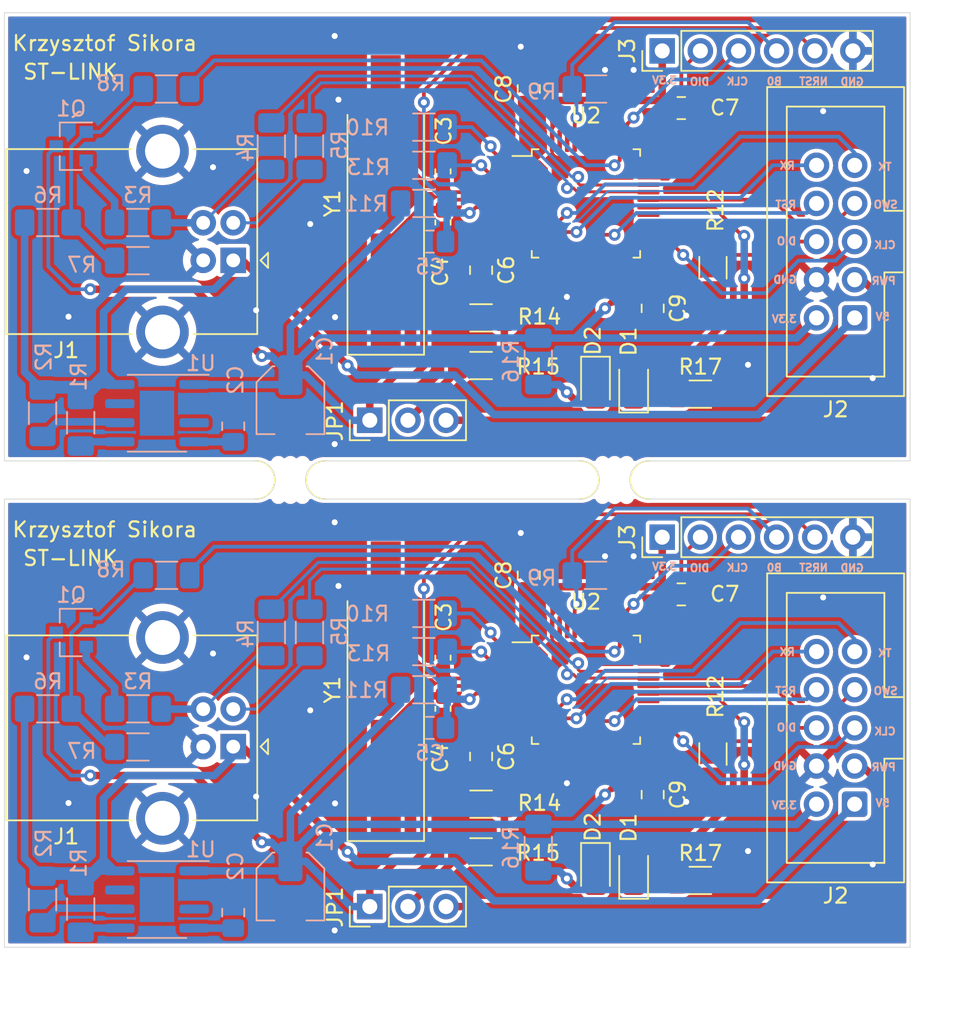
<source format=kicad_pcb>
(kicad_pcb (version 20211014) (generator pcbnew)
  (layers (0 "F.Cu" signal) (31 "B.Cu" signal) (34 "B.Paste" user) (35 "F.Paste" user) (36 "B.SilkS" user "B.Silkscreen") (37 "F.SilkS" user "F.Silkscreen") (38 "B.Mask" user) (39 "F.Mask" user) (44 "Edge.Cuts" user))
  (net 0 "")
  (net 1 "Net-(C1-Pad1)")
  (net 2 "GND")
  (net 3 "+3V3")
  (net 4 "Net-(C3-Pad1)")
  (net 5 "Net-(C4-Pad2)")
  (net 6 "/NRST")
  (net 7 "/LED")
  (net 8 "Net-(D1-Pad2)")
  (net 9 "Net-(D2-Pad1)")
  (net 10 "+5V")
  (net 11 "/UD+")
  (net 12 "/UD-")
  (net 13 "/T_PWR")
  (net 14 "/T_CLK")
  (net 15 "/T_SWO")
  (net 16 "/T_TX")
  (net 17 "/T_DIO")
  (net 18 "/T_RST")
  (net 19 "/T_RX")
  (net 20 "/DIO")
  (net 21 "/CLK")
  (net 22 "/BOOT0")
  (net 23 "Net-(JP1-Pad2)")
  (net 24 "Net-(Q1-Pad1)")
  (net 25 "Net-(Q1-Pad2)")
  (net 26 "Net-(R1-Pad2)")
  (net 27 "Net-(R2-Pad2)")
  (net 28 "/USB_D+")
  (net 29 "/USB_D-")
  (net 30 "/USB_RENUM")
  (net 31 "Net-(R10-Pad2)")
  (net 32 "Net-(R11-Pad2)")
  (net 33 "Net-(R12-Pad2)")
  (net 34 "Net-(R14-Pad2)")
  (footprint "Capacitor_SMD:C_0805_2012Metric_Pad1.18x1.45mm_HandSolder" (layer "F.Cu") (at 148.59 147.955 -90)
    (fp_text reference "C9")
    (fp_text value "100n")
  )
  (footprint "Capacitor_SMD:C_0603_1608Metric_Pad1.08x0.95mm_HandSolder" (layer "F.Cu") (at 134.62 106.4525 90)
    (fp_text reference "C3")
    (fp_text value "20p")
  )
  (footprint "Capacitor_SMD:C_0603_1608Metric_Pad1.08x0.95mm_HandSolder" (layer "F.Cu") (at 134.62 142.24 90)
    (fp_text reference "C4")
    (fp_text value "20p")
  )
  (footprint "Connector_USB:USB_B_OST_USB-B1HSxx_Horizontal" (layer "F.Cu") (at 120.65 144.76 180)
    (fp_text reference "J1")
    (fp_text value "USB_B")
  )
  (footprint "Capacitor_SMD:C_0603_1608Metric_Pad1.08x0.95mm_HandSolder" (layer "F.Cu") (at 134.62 138.8375 90)
    (fp_text reference "C3")
    (fp_text value "20p")
  )
  (footprint "Connector_PinHeader_2.54mm:PinHeader_1x06_P2.54mm_Vertical" (layer "F.Cu") (at 149.225 130.81 90)
    (fp_text reference "J3")
    (fp_text value "Conn_01x06_Male")
  )
  (footprint "Connector_PinHeader_2.54mm:PinHeader_1x03_P2.54mm_Vertical" (layer "F.Cu") (at 129.745 155.41 90)
    (fp_text reference "JP1")
    (fp_text value "Jumper_3_Bridged12")
  )
  (footprint "Connector_IDC:IDC-Header_2x05_P2.54mm_Vertical" (layer "F.Cu") (at 162.0425 116.205 180)
    (fp_text reference "J2")
    (fp_text value "Conn_02x05_Odd_Even")
  )
  (footprint "Crystal:Crystal_SMD_HC49-SD_HandSoldering" (layer "F.Cu") (at 130.81 108.585 90)
    (fp_text reference "Y1")
    (fp_text value "8MHz")
  )
  (footprint "Connector_USB:USB_B_OST_USB-B1HSxx_Horizontal" (layer "F.Cu") (at 120.65 112.375 180)
    (fp_text reference "J1")
    (fp_text value "USB_B")
  )
  (footprint "st_link_diy:mouse-bite-2.54mm-slot" (layer "F.Cu") (at 146.05 127)
    (fp_text reference "mouse-bite-2.54mm-slot" hide)
    (fp_text value "VAL**" hide)
  )
  (footprint "Connector_PinHeader_2.54mm:PinHeader_1x06_P2.54mm_Vertical" (layer "F.Cu") (at 149.225 98.425 90)
    (fp_text reference "J3")
    (fp_text value "Conn_01x06_Male")
  )
  (footprint "Capacitor_SMD:C_0805_2012Metric_Pad1.18x1.45mm_HandSolder" (layer "F.Cu") (at 150.495 102.235)
    (fp_text reference "C7")
    (fp_text value "100n")
  )
  (footprint "st_link_diy:mouse-bite-2.54mm-slot" (layer "F.Cu") (at 124.46 127)
    (fp_text reference "mouse-bite-2.54mm-slot" hide)
    (fp_text value "VAL**" hide)
  )
  (footprint "Resistor_SMD:R_1206_3216Metric_Pad1.30x1.75mm_HandSolder" (layer "F.Cu") (at 152.605 145.25 -90)
    (fp_text reference "R12")
    (fp_text value "100")
  )
  (footprint "Capacitor_SMD:C_0805_2012Metric_Pad1.18x1.45mm_HandSolder" (layer "F.Cu") (at 148.59 115.57 -90)
    (fp_text reference "C9")
    (fp_text value "100n")
  )
  (footprint "Package_QFP:LQFP-48_7x7mm_P0.5mm" (layer "F.Cu") (at 144.145 108.585)
    (fp_text reference "U2")
    (fp_text value "STM32F103CBTx")
  )
  (footprint "Capacitor_SMD:C_0805_2012Metric_Pad1.18x1.45mm_HandSolder" (layer "F.Cu") (at 137.16 145.415 -90)
    (fp_text reference "C6")
    (fp_text value "100n")
  )
  (footprint "Resistor_SMD:R_1206_3216Metric_Pad1.30x1.75mm_HandSolder" (layer "F.Cu") (at 137.16 151.765)
    (fp_text reference "R14")
    (fp_text value "4.7k")
  )
  (footprint "Connector_IDC:IDC-Header_2x05_P2.54mm_Vertical" (layer "F.Cu") (at 162.0425 148.59 180)
    (fp_text reference "J2")
    (fp_text value "Conn_02x05_Odd_Even")
  )
  (footprint "Capacitor_SMD:C_0805_2012Metric_Pad1.18x1.45mm_HandSolder" (layer "F.Cu") (at 137.16 113.03 -90)
    (fp_text reference "C6")
    (fp_text value "100n")
  )
  (footprint "Resistor_SMD:R_1206_3216Metric_Pad1.30x1.75mm_HandSolder" (layer "F.Cu") (at 137.16 116.205 180)
    (fp_text reference "R15")
    (fp_text value "4.7k")
  )
  (footprint "LED_SMD:LED_0805_2012Metric_Pad1.15x1.40mm_HandSolder" (layer "F.Cu") (at 147.32 153.035 90)
    (fp_text reference "D2")
    (fp_text value "LED")
  )
  (footprint "Package_QFP:LQFP-48_7x7mm_P0.5mm" (layer "F.Cu") (at 144.145 140.97)
    (fp_text reference "U2")
    (fp_text value "STM32F103CBTx")
  )
  (footprint "Resistor_SMD:R_1206_3216Metric_Pad1.30x1.75mm_HandSolder" (layer "F.Cu") (at 137.16 119.38)
    (fp_text reference "R14")
    (fp_text value "4.7k")
  )
  (footprint "LED_SMD:LED_0805_2012Metric_Pad1.15x1.40mm_HandSolder" (layer "F.Cu") (at 144.78 120.65 -90)
    (fp_text reference "D1")
    (fp_text value "LED")
  )
  (footprint "Resistor_SMD:R_1206_3216Metric_Pad1.30x1.75mm_HandSolder" (layer "F.Cu") (at 137.16 148.59 180)
    (fp_text reference "R15")
    (fp_text value "4.7k")
  )
  (footprint "Capacitor_SMD:C_0805_2012Metric_Pad1.18x1.45mm_HandSolder" (layer "F.Cu") (at 140.335 133.35 90)
    (fp_text reference "C8")
    (fp_text value "100n")
  )
  (footprint "Connector_PinHeader_2.54mm:PinHeader_1x03_P2.54mm_Vertical" (layer "F.Cu") (at 129.745 123.025 90)
    (fp_text reference "JP1")
    (fp_text value "Jumper_3_Bridged12")
  )
  (footprint "Capacitor_SMD:C_0603_1608Metric_Pad1.08x0.95mm_HandSolder" (layer "F.Cu") (at 134.62 109.855 90)
    (fp_text reference "C4")
    (fp_text value "20p")
  )
  (footprint "Crystal:Crystal_SMD_HC49-SD_HandSoldering" (layer "F.Cu") (at 130.81 140.97 90)
    (fp_text reference "Y1")
    (fp_text value "8MHz")
  )
  (footprint "Resistor_SMD:R_1206_3216Metric_Pad1.30x1.75mm_HandSolder" (layer "F.Cu") (at 151.765 153.67)
    (fp_text reference "R17")
    (fp_text value "220")
  )
  (footprint "Capacitor_SMD:C_0805_2012Metric_Pad1.18x1.45mm_HandSolder" (layer "F.Cu") (at 140.335 100.965 90)
    (fp_text reference "C8")
    (fp_text value "100n")
  )
  (footprint "Capacitor_SMD:C_0805_2012Metric_Pad1.18x1.45mm_HandSolder" (layer "F.Cu") (at 150.495 134.62)
    (fp_text reference "C7")
    (fp_text value "100n")
  )
  (footprint "Resistor_SMD:R_1206_3216Metric_Pad1.30x1.75mm_HandSolder" (layer "F.Cu") (at 152.605 112.865 -90)
    (fp_text reference "R12")
    (fp_text value "100")
  )
  (footprint "LED_SMD:LED_0805_2012Metric_Pad1.15x1.40mm_HandSolder" (layer "F.Cu") (at 144.78 153.035 -90)
    (fp_text reference "D1")
    (fp_text value "LED")
  )
  (footprint "Resistor_SMD:R_1206_3216Metric_Pad1.30x1.75mm_HandSolder" (layer "F.Cu") (at 151.765 121.285)
    (fp_text reference "R17")
    (fp_text value "220")
  )
  (footprint "LED_SMD:LED_0805_2012Metric_Pad1.15x1.40mm_HandSolder" (layer "F.Cu") (at 147.32 120.65 90)
    (fp_text reference "D2")
    (fp_text value "LED")
  )
  (footprint "Resistor_SMD:R_1206_3216Metric_Pad1.30x1.75mm_HandSolder" (layer "B.Cu") (at 108.305 142.24 180)
    (fp_text reference "R6")
    (fp_text value "10k")
  )
  (footprint "Resistor_SMD:R_1206_3216Metric_Pad1.30x1.75mm_HandSolder" (layer "B.Cu") (at 133.35 106.045)
    (fp_text reference "R11")
    (fp_text value "DNP")
  )
  (footprint "Package_SO:SOIC-8-1EP_3.9x4.9mm_P1.27mm_EP2.29x3mm" (layer "B.Cu") (at 115.57 122.555 180)
    (fp_text reference "U1")
    (fp_text value "TC1263-5.0VOATR")
  )
  (footprint "Resistor_SMD:R_1206_3216Metric_Pad1.30x1.75mm_HandSolder" (layer "B.Cu") (at 114.3 112.395 180)
    (fp_text reference "R7")
    (fp_text value "36k")
  )
  (footprint "Resistor_SMD:R_1206_3216Metric_Pad1.30x1.75mm_HandSolder" (layer "B.Cu") (at 140.97 119.1 -90)
    (fp_text reference "R16")
    (fp_text value "220")
  )
  (footprint "Package_TO_SOT_SMD:SOT-23" (layer "B.Cu") (at 109.855 104.775 180)
    (fp_text reference "Q1")
    (fp_text value "BC817")
  )
  (footprint "Resistor_SMD:R_1206_3216Metric_Pad1.30x1.75mm_HandSolder" (layer "B.Cu") (at 123.19 137.16 90)
    (fp_text reference "R4")
    (fp_text value "0")
  )
  (footprint "Resistor_SMD:R_1206_3216Metric_Pad1.30x1.75mm_HandSolder" (layer "B.Cu") (at 114.3 109.855 180)
    (fp_text reference "R3")
    (fp_text value "1.5k")
  )
  (footprint "Resistor_SMD:R_1206_3216Metric_Pad1.30x1.75mm_HandSolder" (layer "B.Cu") (at 125.73 137.16 90)
    (fp_text reference "R5")
    (fp_text value "0")
  )
  (footprint "Capacitor_SMD:C_0805_2012Metric_Pad1.18x1.45mm_HandSolder" (layer "B.Cu") (at 133.7525 143.51)
    (fp_text reference "C5")
    (fp_text value "100n")
  )
  (footprint "Resistor_SMD:R_1206_3216Metric_Pad1.30x1.75mm_HandSolder" (layer "B.Cu") (at 110.49 123.19 -90)
    (fp_text reference "R1")
    (fp_text value "1M")
  )
  (footprint "Resistor_SMD:R_1206_3216Metric_Pad1.30x1.75mm_HandSolder" (layer "B.Cu") (at 116.205 100.965)
    (fp_text reference "R8")
    (fp_text value "100")
  )
  (footprint "Resistor_SMD:R_1206_3216Metric_Pad1.30x1.75mm_HandSolder" (layer "B.Cu") (at 133.35 108.585 180)
    (fp_text reference "R13")
    (fp_text value "100k")
  )
  (footprint "Resistor_SMD:R_1206_3216Metric_Pad1.30x1.75mm_HandSolder" (layer "B.Cu") (at 133.35 135.89)
    (fp_text reference "R10")
    (fp_text value "10k")
  )
  (footprint "Resistor_SMD:R_1206_3216Metric_Pad1.30x1.75mm_HandSolder" (layer "B.Cu") (at 116.205 133.35)
    (fp_text reference "R8")
    (fp_text value "100")
  )
  (footprint "Resistor_SMD:R_1206_3216Metric_Pad1.30x1.75mm_HandSolder" (layer "B.Cu") (at 133.35 138.43)
    (fp_text reference "R11")
    (fp_text value "DNP")
  )
  (footprint "Resistor_SMD:R_1206_3216Metric_Pad1.30x1.75mm_HandSolder" (layer "B.Cu") (at 144.78 133.35 180)
    (fp_text reference "R9")
    (fp_text value "100k")
  )
  (footprint "Resistor_SMD:R_1206_3216Metric_Pad1.30x1.75mm_HandSolder" (layer "B.Cu") (at 114.3 142.24 180)
    (fp_text reference "R3")
    (fp_text value "1.5k")
  )
  (footprint "Package_SO:SOIC-8-1EP_3.9x4.9mm_P1.27mm_EP2.29x3mm" (layer "B.Cu") (at 115.57 154.94 180)
    (fp_text reference "U1")
    (fp_text value "TC1263-5.0VOATR")
  )
  (footprint "Resistor_SMD:R_1206_3216Metric_Pad1.30x1.75mm_HandSolder" (layer "B.Cu") (at 144.78 100.965 180)
    (fp_text reference "R9")
    (fp_text value "100k")
  )
  (footprint "Capacitor_SMD:C_Elec_4x5.4" (layer "B.Cu") (at 124.46 121.69 -90)
    (fp_text reference "C2")
    (fp_text value "1uF")
  )
  (footprint "Capacitor_SMD:C_0805_2012Metric_Pad1.18x1.45mm_HandSolder" (layer "B.Cu") (at 133.7525 111.125)
    (fp_text reference "C5")
    (fp_text value "100n")
  )
  (footprint "Resistor_SMD:R_1206_3216Metric_Pad1.30x1.75mm_HandSolder" (layer "B.Cu") (at 107.95 154.94 -90)
    (fp_text reference "R2")
    (fp_text value "10k")
  )
  (footprint "Capacitor_SMD:C_0805_2012Metric_Pad1.18x1.45mm_HandSolder" (layer "B.Cu") (at 120.65 123.4225 90)
    (fp_text reference "C1")
    (fp_text value "470p")
  )
  (footprint "Resistor_SMD:R_1206_3216Metric_Pad1.30x1.75mm_HandSolder" (layer "B.Cu") (at 123.19 104.775 90)
    (fp_text reference "R4")
    (fp_text value "0")
  )
  (footprint "Capacitor_SMD:C_Elec_4x5.4" (layer "B.Cu") (at 124.46 154.075 -90)
    (fp_text reference "C2")
    (fp_text value "1uF")
  )
  (footprint "Resistor_SMD:R_1206_3216Metric_Pad1.30x1.75mm_HandSolder" (layer "B.Cu") (at 107.95 122.555 -90)
    (fp_text reference "R2")
    (fp_text value "10k")
  )
  (footprint "Resistor_SMD:R_1206_3216Metric_Pad1.30x1.75mm_HandSolder" (layer "B.Cu") (at 114.3 144.78 180)
    (fp_text reference "R7")
    (fp_text value "36k")
  )
  (footprint "Resistor_SMD:R_1206_3216Metric_Pad1.30x1.75mm_HandSolder" (layer "B.Cu") (at 110.49 155.575 -90)
    (fp_text reference "R1")
    (fp_text value "1M")
  )
  (footprint "Resistor_SMD:R_1206_3216Metric_Pad1.30x1.75mm_HandSolder" (layer "B.Cu") (at 133.35 140.97 180)
    (fp_text reference "R13")
    (fp_text value "100k")
  )
  (footprint "Resistor_SMD:R_1206_3216Metric_Pad1.30x1.75mm_HandSolder" (layer "B.Cu") (at 133.35 103.505)
    (fp_text reference "R10")
    (fp_text value "10k")
  )
  (footprint "Capacitor_SMD:C_0805_2012Metric_Pad1.18x1.45mm_HandSolder" (layer "B.Cu") (at 120.65 155.8075 90)
    (fp_text reference "C1")
    (fp_text value "470p")
  )
  (footprint "Resistor_SMD:R_1206_3216Metric_Pad1.30x1.75mm_HandSolder" (layer "B.Cu") (at 108.305 109.855 180)
    (fp_text reference "R6")
    (fp_text value "10k")
  )
  (footprint "Resistor_SMD:R_1206_3216Metric_Pad1.30x1.75mm_HandSolder" (layer "B.Cu") (at 125.73 104.775 90)
    (fp_text reference "R5")
    (fp_text value "0")
  )
  (footprint "Package_TO_SOT_SMD:SOT-23" (layer "B.Cu") (at 109.855 137.16 180)
    (fp_text reference "Q1")
    (fp_text value "BC817")
  )
  (footprint "Resistor_SMD:R_1206_3216Metric_Pad1.30x1.75mm_HandSolder" (layer "B.Cu") (at 140.97 151.485 -90)
    (fp_text reference "R16")
    (fp_text value "220")
  )
  (gr_arc (start 126.873 128.27) (mid 125.469666 127) (end 126.873 125.73) (layer "Edge.Cuts") (width 0.05))
  (gr_line (start 165.735 128.27) (end 165.735 158.115) (layer "Edge.Cuts") (width 0.05))
  (gr_line (start 165.735 158.115) (end 105.41 158.115) (layer "Edge.Cuts") (width 0.05))
  (gr_line (start 105.41 158.115) (end 105.41 128.27) (layer "Edge.Cuts") (width 0.05))
  (gr_line (start 105.41 128.27) (end 122.047 128.27) (layer "Edge.Cuts") (width 0.05))
  (gr_arc (start 122.047 125.73) (mid 123.450334 127) (end 122.047 128.27) (layer "Edge.Cuts") (width 0.05))
  (gr_line (start 148.463 128.27) (end 165.735 128.27) (layer "Edge.Cuts") (width 0.05))
  (gr_arc (start 148.463 128.27) (mid 147.059666 127) (end 148.463 125.73) (layer "Edge.Cuts") (width 0.05))
  (gr_line (start 105.41 125.73) (end 105.41 95.885) (layer "Edge.Cuts") (width 0.05))
  (gr_arc (start 143.637 125.73) (mid 145.040334 127) (end 143.637 128.27) (layer "Edge.Cuts") (width 0.05))
  (gr_line (start 126.873 125.73) (end 143.637 125.73) (layer "Edge.Cuts") (width 0.05))
  (gr_line (start 143.637 128.27) (end 126.873 128.27) (layer "Edge.Cuts") (width 0.05))
  (gr_line (start 165.735 125.73) (end 148.463 125.73) (layer "Edge.Cuts") (width 0.05))
  (gr_line (start 105.41 95.885) (end 165.735 95.885) (layer "Edge.Cuts") (width 0.05))
  (gr_line (start 122.047 125.73) (end 105.41 125.73) (layer "Edge.Cuts") (width 0.05))
  (gr_line (start 165.735 95.885) (end 165.735 125.73) (layer "Edge.Cuts") (width 0.05))
  (gr_text "PWR" (at 163.9824 146.1262) (layer "B.SilkS") (effects (font (size 0.5 0.5) (thickness 0.125)) (justify mirror)))
  (gr_text "DIO" (at 157.5054 111.0996) (layer "B.SilkS") (effects (font (size 0.5 0.5) (thickness 0.125)) (justify mirror)))
  (gr_text "PWR" (at 163.9824 113.7412) (layer "B.SilkS") (effects (font (size 0.5 0.5) (thickness 0.125)) (justify mirror)))
  (gr_text "GND\n" (at 161.8742 132.8674) (layer "B.SilkS") (effects (font (size 0.5 0.5) (thickness 0.125)) (justify mirror)))
  (gr_text "RST" (at 157.4546 141.0462) (layer "B.SilkS") (effects (font (size 0.5 0.5) (thickness 0.125)) (justify mirror)))
  (gr_text "3.3V" (at 149.3774 100.3808) (layer "B.SilkS") (effects (font (size 0.5 0.5) (thickness 0.125)) (justify mirror)))
  (gr_text "RX" (at 157.5562 106.0704) (layer "B.SilkS") (effects (font (size 0.5 0.5) (thickness 0.125)) (justify mirror)))
  (gr_text "5V" (at 163.9062 116.1288) (layer "B.SilkS") (effects (font (size 0.5 0.5) (thickness 0.125)) (justify mirror)))
  (gr_text "RST" (at 157.4546 108.6612) (layer "B.SilkS") (effects (font (size 0.5 0.5) (thickness 0.125)) (justify mirror)))
  (gr_text "NRST" (at 159.3088 132.842) (layer "B.SilkS") (effects (font (size 0.5 0.5) (thickness 0.125)) (justify mirror)))
  (gr_text "SWO" (at 164.1094 108.6612) (layer "B.SilkS") (effects (font (size 0.5 0.5) (thickness 0.125)) (justify mirror)))
  (gr_text "NRST" (at 159.3088 100.457) (layer "B.SilkS") (effects (font (size 0.5 0.5) (thickness 0.125)) (justify mirror)))
  (gr_text "TX\n" (at 164.0586 138.5316) (layer "B.SilkS") (effects (font (size 0.5 0.5) (thickness 0.125)) (justify mirror)))
  (gr_text "3.3V" (at 157.353 148.6662) (layer "B.SilkS") (effects (font (size 0.5 0.5) (thickness 0.125)) (justify mirror)))
  (gr_text "5V" (at 163.9062 148.5138) (layer "B.SilkS") (effects (font (size 0.5 0.5) (thickness 0.125)) (justify mirror)))
  (gr_text "CLK" (at 154.2288 100.457) (layer "B.SilkS") (effects (font (size 0.5 0.5) (thickness 0.125)) (justify mirror)))
  (gr_text "GND" (at 157.4038 146.05) (layer "B.SilkS") (effects (font (size 0.5 0.5) (thickness 0.125)) (justify mirror)))
  (gr_text "DIO" (at 157.5054 143.4846) (layer "B.SilkS") (effects (font (size 0.5 0.5) (thickness 0.125)) (justify mirror)))
  (gr_text "3.3V" (at 157.353 116.2812) (layer "B.SilkS") (effects (font (size 0.5 0.5) (thickness 0.125)) (justify mirror)))
  (gr_text "GND\n" (at 161.8742 100.4824) (layer "B.SilkS") (effects (font (size 0.5 0.5) (thickness 0.125)) (justify mirror)))
  (gr_text "CLK" (at 154.2288 132.842) (layer "B.SilkS") (effects (font (size 0.5 0.5) (thickness 0.125)) (justify mirror)))
  (gr_text "TX\n" (at 164.0586 106.1466) (layer "B.SilkS") (effects (font (size 0.5 0.5) (thickness 0.125)) (justify mirror)))
  (gr_text "3.3V" (at 149.3774 132.7658) (layer "B.SilkS") (effects (font (size 0.5 0.5) (thickness 0.125)) (justify mirror)))
  (gr_text "DIO" (at 151.7142 132.8674) (layer "B.SilkS") (effects (font (size 0.5 0.5) (thickness 0.125)) (justify mirror)))
  (gr_text "RX" (at 157.5562 138.4554) (layer "B.SilkS") (effects (font (size 0.5 0.5) (thickness 0.125)) (justify mirror)))
  (gr_text "SWO" (at 164.1094 141.0462) (layer "B.SilkS") (effects (font (size 0.5 0.5) (thickness 0.125)) (justify mirror)))
  (gr_text "CLK" (at 164.0586 143.7386) (layer "B.SilkS") (effects (font (size 0.5 0.5) (thickness 0.125)) (justify mirror)))
  (gr_text "B0" (at 156.6926 100.457) (layer "B.SilkS") (effects (font (size 0.5 0.5) (thickness 0.125)) (justify mirror)))
  (gr_text "CLK" (at 164.0586 111.3536) (layer "B.SilkS") (effects (font (size 0.5 0.5) (thickness 0.125)) (justify mirror)))
  (gr_text "B0" (at 156.6926 132.842) (layer "B.SilkS") (effects (font (size 0.5 0.5) (thickness 0.125)) (justify mirror)))
  (gr_text "DIO" (at 151.7142 100.4824) (layer "B.SilkS") (effects (font (size 0.5 0.5) (thickness 0.125)) (justify mirror)))
  (gr_text "GND" (at 157.4038 113.665) (layer "B.SilkS") (effects (font (size 0.5 0.5) (thickness 0.125)) (justify mirror)))
  (gr_text "ST-LINK\n" (at 109.8042 99.822) (layer "F.SilkS") (effects (font (size 1 1))))
  (gr_text "Krzysztof Sikora" (at 112.0902 130.302) (layer "F.SilkS") (effects (font (size 1 1))))
  (gr_text "ST-LINK\n" (at 109.8042 132.207) (layer "F.SilkS") (effects (font (size 1 1))))
  (gr_text "Krzysztof Sikora" (at 112.0902 97.917) (layer "F.SilkS") (effects (font (size 1 1))))
  (segment (start 120.65 124.46) (end 118.045 124.46) (width 0.5) (layer "B.Cu") (net 1))
  (segment (start 120.65 156.845) (end 118.045 156.845) (width 0.5) (layer "B.Cu") (net 1))
  (via (at 109.6772 116.1288) (size 0.8) (drill 0.4) (layers "F.Cu" "B.Cu") (net 2))
  (via (at 159.9438 102.4382) (size 0.8) (drill 0.4) (layers "F.Cu" "B.Cu") (net 2))
  (via (at 139.8016 98.1456) (size 0.8) (drill 0.4) (layers "F.Cu" "B.Cu") (net 2))
  (via (at 145.415 99.695) (size 0.8) (drill 0.4) (layers "F.Cu" "B.Cu") (net 2))
  (via (at 127.4064 156.9974) (size 0.8) (drill 0.4) (layers "F.Cu" "B.Cu") (net 2))
  (via (at 150.8252 148.4376) (size 0.8) (drill 0.4) (layers "F.Cu" "B.Cu") (net 2))
  (via (at 163.2458 152.6032) (size 0.8) (drill 0.4) (layers "F.Cu" "B.Cu") (net 2))
  (via (at 142.875 114.808) (size 0.8) (drill 0.4) (layers "F.Cu" "B.Cu") (net 2))
  (via (at 127.4318 116.1542) (size 0.8) (drill 0.4) (layers "F.Cu" "B.Cu") (net 2))
  (via (at 139.8016 130.5306) (size 0.8) (drill 0.4) (layers "F.Cu" "B.Cu") (net 2))
  (via (at 154.94 119.3292) (size 0.8) (drill 0.4) (layers "F.Cu" "B.Cu") (net 2))
  (via (at 127.4318 148.5392) (size 0.8) (drill 0.4) (layers "F.Cu" "B.Cu") (net 2))
  (via (at 122.174 148.082) (size 0.8) (drill 0.4) (layers "F.Cu" "B.Cu") (net 2))
  (via (at 125.7808 109.9566) (size 0.8) (drill 0.4) (layers "F.Cu" "B.Cu") (net 2))
  (via (at 127.4064 124.6124) (size 0.8) (drill 0.4) (layers "F.Cu" "B.Cu") (net 2))
  (via (at 106.8832 138.811) (size 0.8) (drill 0.4) (layers "F.Cu" "B.Cu") (net 2))
  (via (at 127.6604 101.6762) (size 0.8) (drill 0.4) (layers "F.Cu" "B.Cu") (net 2))
  (via (at 127.6604 134.0612) (size 0.8) (drill 0.4) (layers "F.Cu" "B.Cu") (net 2))
  (via (at 147.32 99.695) (size 0.8) (drill 0.4) (layers "F.Cu" "B.Cu") (net 2))
  (via (at 127.4064 129.8194) (size 0.8) (drill 0.4) (layers "F.Cu" "B.Cu") (net 2))
  (via (at 145.415 132.08) (size 0.8) (drill 0.4) (layers "F.Cu" "B.Cu") (net 2))
  (via (at 127.4064 97.4344) (size 0.8) (drill 0.4) (layers "F.Cu" "B.Cu") (net 2))
  (via (at 119.3038 106.172) (size 0.8) (drill 0.4) (layers "F.Cu" "B.Cu") (net 2))
  (via (at 163.2458 120.2182) (size 0.8) (drill 0.4) (layers "F.Cu" "B.Cu") (net 2))
  (via (at 150.8252 116.0526) (size 0.8) (drill 0.4) (layers "F.Cu" "B.Cu") (net 2))
  (via (at 159.9438 134.8232) (size 0.8) (drill 0.4) (layers "F.Cu" "B.Cu") (net 2))
  (via (at 119.3038 138.557) (size 0.8) (drill 0.4) (layers "F.Cu" "B.Cu") (net 2))
  (via (at 122.174 115.697) (size 0.8) (drill 0.4) (layers "F.Cu" "B.Cu") (net 2))
  (via (at 154.94 151.7142) (size 0.8) (drill 0.4) (layers "F.Cu" "B.Cu") (net 2))
  (via (at 147.32 132.08) (size 0.8) (drill 0.4) (layers "F.Cu" "B.Cu") (net 2))
  (via (at 125.7808 142.3416) (size 0.8) (drill 0.4) (layers "F.Cu" "B.Cu") (net 2))
  (via (at 142.875 147.193) (size 0.8) (drill 0.4) (layers "F.Cu" "B.Cu") (net 2))
  (via (at 106.8832 106.426) (size 0.8) (drill 0.4) (layers "F.Cu" "B.Cu") (net 2))
  (via (at 109.6772 148.5138) (size 0.8) (drill 0.4) (layers "F.Cu" "B.Cu") (net 2))
  (segment (start 115.87 112.375) (end 115.85 112.395) (width 0.25) (layer "B.Cu") (net 2))
  (segment (start 115.87 144.76) (end 115.85 144.78) (width 0.25) (layer "B.Cu") (net 2))
  (segment (start 138.45 109.835) (end 137.16 111.125) (width 0.25) (layer "F.Cu") (net 3))
  (segment (start 148.9495 101.727) (end 149.225 102.0025) (width 0.5) (layer "F.Cu") (net 3))
  (segment (start 146.895 112.7475) (end 146.895 114.09) (width 0.25) (layer "F.Cu") (net 3))
  (segment (start 148.59 114.5325) (end 148.59 114.4425) (width 0.25) (layer "F.Cu") (net 3))
  (segment (start 118.11 114.3) (end 122.555 118.745) (width 0.5) (layer "F.Cu") (net 3))
  (segment (start 140.335 134.3875) (end 140.6105 134.112) (width 0.25) (layer "F.Cu") (net 3))
  (segment (start 131.445 152.4) (end 129.745 154.1) (width 0.5) (layer "F.Cu") (net 3))
  (segment (start 140.335 134.3875) (end 140.335 134.62) (width 0.25) (layer "F.Cu") (net 3))
  (segment (start 149.4575 134.62) (end 149.4575 135.4105) (width 0.5) (layer "F.Cu") (net 3))
  (segment (start 133.35 147.574) (end 133.35 151.765) (width 0.5) (layer "F.Cu") (net 3))
  (segment (start 148.8225 146.9175) (end 148.59 146.9175) (width 0.25) (layer "F.Cu") (net 3))
  (segment (start 146.895 114.09) (end 146.4525 114.5325) (width 0.25) (layer "F.Cu") (net 3))
  (segment (start 141.395 104.4225) (end 141.395 104.985) (width 0.25) (layer "F.Cu") (net 3))
  (segment (start 149.225 130.81) (end 149.225 134.3875) (width 0.5) (layer "F.Cu") (net 3))
  (segment (start 140.335 102.235) (end 141.395 103.295) (width 0.25) (layer "F.Cu") (net 3))
  (segment (start 141.395 103.295) (end 141.395 104.4225) (width 0.25) (layer "F.Cu") (net 3))
  (segment (start 149.4575 135.4105) (end 148.3075 136.5605) (width 0.5) (layer "F.Cu") (net 3))
  (segment (start 149.225 98.425) (end 149.225 102.0025) (width 0.5) (layer "F.Cu") (net 3))
  (segment (start 140.335 134.3875) (end 140.335 137.8675) (width 0.25) (layer "F.Cu") (net 3))
  (segment (start 145.415 147.955) (end 146.4525 146.9175) (width 0.25) (layer "F.Cu") (net 3))
  (segment (start 138.45 142.22) (end 137.16 143.51) (width 0.25) (layer "F.Cu") (net 3))
  (segment (start 140.335 102.0025) (end 140.6105 101.727) (width 0.25) (layer "F.Cu") (net 3))
  (segment (start 129.745 154.1) (end 129.745 155.41) (width 0.5) (layer "F.Cu") (net 3))
  (segment (start 137.16 111.125) (end 137.16 111.9925) (width 0.25) (layer "F.Cu") (net 3))
  (segment (start 140.335 105.4825) (end 139.9825 105.835) (width 0.25) (layer "F.Cu") (net 3))
  (segment (start 139.9825 105.835) (end 141.014 105.835) (width 0.25) (layer "F.Cu") (net 3))
  (segment (start 148.3075 104.1755) (end 148.3075 105.73548) (width 0.5) (layer "F.Cu") (net 3))
  (segment (start 148.8225 114.5325) (end 148.59 114.5325) (width 0.25) (layer "F.Cu") (net 3))
  (segment (start 111.125 146.685) (end 118.11 146.685) (width 0.5) (layer "F.Cu") (net 3))
  (segment (start 133.35 151.765) (end 132.715 152.4) (width 0.5) (layer "F.Cu") (net 3))
  (segment (start 140.00798 105.86048) (end 139.9825 105.835) (width 0.25) (layer "F.Cu") (net 3))
  (segment (start 137.16 144.3775) (end 136.9275 144.3775) (width 0.25) (layer "F.Cu") (net 3))
  (segment (start 146.895 146.475) (end 146.4525 146.9175) (width 0.25) (layer "F.Cu") (net 3))
  (segment (start 141.478 109.474) (end 141.117 109.835) (width 0.25) (layer "F.Cu") (net 3))
  (segment (start 148.9495 134.112) (end 149.225 134.3875) (width 0.5) (layer "F.Cu") (net 3))
  (segment (start 141.478 138.684) (end 141.478 141.859) (width 0.25) (layer "F.Cu") (net 3))
  (segment (start 136.9275 144.3775) (end 136.5465 144.3775) (width 0.5) (layer "F.Cu") (net 3))
  (segment (start 148.59 146.9175) (end 148.59 146.8275) (width 0.25) (layer "F.Cu") (net 3))
  (segment (start 149.4575 102.235) (end 149.4575 103.0255) (width 0.5) (layer "F.Cu") (net 3))
  (segment (start 146.4525 114.5325) (end 148.59 114.5325) (width 0.25) (layer "F.Cu") (net 3))
  (segment (start 136.5465 144.3775) (end 133.35 147.574) (width 0.5) (layer "F.Cu") (net 3))
  (segment (start 140.335 134.62) (end 141.395 135.68) (width 0.25) (layer "F.Cu") (net 3))
  (segment (start 133.35 119.38) (end 132.715 120.015) (width 0.5) (layer "F.Cu") (net 3))
  (segment (start 140.335 102.0025) (end 140.335 102.235) (width 0.25) (layer "F.Cu") (net 3))
  (segment (start 149.225 102.0025) (end 149.4575 102.235) (width 0.25) (layer "F.Cu") (net 3))
  (segment (start 140.6105 134.112) (end 148.9495 134.112) (width 0.5) (layer "F.Cu") (net 3))
  (segment (start 133.35 115.189) (end 133.35 119.38) (width 0.5) (layer "F.Cu") (net 3))
  (segment (start 131.445 120.015) (end 129.745 121.715) (width 0.5) (layer "F.Cu") (net 3))
  (segment (start 141.478 141.859) (end 141.117 142.22) (width 0.25) (layer "F.Cu") (net 3))
  (segment (start 141.117 142.22) (end 139.9825 142.22) (width 0.25) (layer "F.Cu") (net 3))
  (segment (start 137.16 143.51) (end 137.16 144.3775) (width 0.25) (layer "F.Cu") (net 3))
  (segment (start 132.715 120.015) (end 131.445 120.015) (width 0.5) (layer "F.Cu") (net 3))
  (segment (start 140.335 102.0025) (end 140.335 105.4825) (width 0.25) (layer "F.Cu") (net 3))
  (segment (start 111.125 114.3) (end 118.11 114.3) (width 0.5) (layer "F.Cu") (net 3))
  (segment (start 139.9825 142.22) (end 138.45 142.22) (width 0.25) (layer "F.Cu") (net 3))
  (segment (start 141.395 136.8075) (end 141.395 137.37) (width 0.25) (layer "F.Cu") (net 3))
  (segment (start 132.715 152.4) (end 131.445 152.4) (width 0.5) (layer "F.Cu") (net 3))
  (segment (start 139.9825 138.22) (end 141.014 138.22) (width 0.25) (layer "F.Cu") (net 3))
  (segment (start 149.4575 103.0255) (end 148.3075 104.1755) (width 0.5) (layer "F.Cu") (net 3))
  (segment (start 146.895 145.1325) (end 146.895 146.475) (width 0.25) (layer "F.Cu") (net 3))
  (segment (start 145.415 115.57) (end 146.4525 114.5325) (width 0.25) (layer "F.Cu") (net 3))
  (segment (start 148.3075 136.5605) (end 148.3075 138.12048) (width 0.5) (layer "F.Cu") (net 3))
  (segment (start 136.5465 111.9925) (end 133.35 115.189) (width 0.5) (layer "F.Cu") (net 3))
  (segment (start 140.6105 101.727) (end 148.9495 101.727) (width 0.5) (layer "F.Cu") (net 3))
  (segment (start 149.225 134.3875) (end 149.4575 134.62) (width 0.25) (layer "F.Cu") (net 3))
  (segment (start 139.9825 109.835) (end 138.45 109.835) (width 0.25) (layer "F.Cu") (net 3))
  (segment (start 146.4525 146.9175) (end 148.59 146.9175) (width 0.25) (layer "F.Cu") (net 3))
  (segment (start 136.9275 111.9925) (end 136.5465 111.9925) (width 0.5) (layer "F.Cu") (net 3))
  (segment (start 140.00798 138.24548) (end 139.9825 138.22) (width 0.25) (layer "F.Cu") (net 3))
  (segment (start 141.014 105.835) (end 141.478 106.299) (width 0.25) (layer "F.Cu") (net 3))
  (segment (start 141.478 106.299) (end 141.478 109.474) (width 0.25) (layer "F.Cu") (net 3))
  (segment (start 137.16 111.9925) (end 136.9275 111.9925) (width 0.25) (layer "F.Cu") (net 3))
  (segment (start 141.117 109.835) (end 139.9825 109.835) (width 0.25) (layer "F.Cu") (net 3))
  (segment (start 129.745 121.715) (end 129.745 123.025) (width 0.5) (layer "F.Cu") (net 3))
  (segment (start 140.335 137.8675) (end 139.9825 138.22) (width 0.25) (layer "F.Cu") (net 3))
  (segment (start 141.395 135.68) (end 141.395 136.8075) (width 0.25) (layer "F.Cu") (net 3))
  (segment (start 118.11 146.685) (end 122.555 151.13) (width 0.5) (layer "F.Cu") (net 3))
  (segment (start 141.014 138.22) (end 141.478 138.684) (width 0.25) (layer "F.Cu") (net 3))
  (via (at 145.415 147.955) (size 0.8) (drill 0.4) (layers "F.Cu" "B.Cu") (net 3))
  (via (at 145.415 115.57) (size 0.8) (drill 0.4) (layers "F.Cu" "B.Cu") (net 3))
  (via (at 111.125 114.3) (size 0.8) (drill 0.4) (layers "F.Cu" "B.Cu") (net 3))
  (via (at 122.555 151.13) (size 0.8) (drill 0.4) (layers "F.Cu" "B.Cu") (net 3))
  (via (at 122.555 118.745) (size 0.8) (drill 0.4) (layers "F.Cu" "B.Cu") (net 3))
  (via (at 111.125 146.685) (size 0.8) (drill 0.4) (layers "F.Cu" "B.Cu") (net 3))
  (segment (start 131.8 141.885) (end 124.46 149.225) (width 0.5) (layer "B.Cu") (net 3))
  (segment (start 126.44 117.55) (end 140.97 117.55) (width 0.5) (layer "B.Cu") (net 3))
  (segment (start 124.46 119.53) (end 124.46 120.015) (width 0.25) (layer "B.Cu") (net 3))
  (segment (start 131.8 109.5) (end 124.46 116.84) (width 0.5) (layer "B.Cu") (net 3))
  (segment (start 122.555 118.745) (end 123.19 118.745) (width 0.5) (layer "B.Cu") (net 3))
  (segment (start 123.19 151.13) (end 124.46 152.4) (width 0.5) (layer "B.Cu") (net 3))
  (segment (start 108.331 112.776) (end 109.855 114.3) (width 0.25) (layer "B.Cu") (net 3))
  (segment (start 129.745 155.41) (end 128.486 155.41) (width 0.5) (layer "B.Cu") (net 3))
  (segment (start 123.825 120.65) (end 124.46 120.015) (width 0.25) (layer "B.Cu") (net 3))
  (segment (start 124.46 116.84) (end 124.46 120.015) (width 0.5) (layer "B.Cu") (net 3))
  (segment (start 118.045 120.65) (end 123.825 120.65) (width 0.5) (layer "B.Cu") (net 3))
  (segment (start 124.46 149.225) (end 124.46 152.4) (width 0.5) (layer "B.Cu") (net 3))
  (segment (start 140.97 149.935) (end 143.435 149.935) (width 0.5) (layer "B.Cu") (net 3))
  (segment (start 143.435 117.55) (end 145.415 115.57) (width 0.5) (layer "B.Cu") (net 3))
  (segment (start 126.44 117.55) (end 124.46 119.53) (width 0.5) (layer "B.Cu") (net 3))
  (segment (start 158.1575 117.55) (end 159.5025 116.205) (width 0.5) (layer "B.Cu") (net 3))
  (segment (start 128.486 155.41) (end 125.476 152.4) (width 0.5) (layer "B.Cu") (net 3))
  (segment (start 109.855 114.3) (end 111.125 114.3) (width 0.25) (layer "B.Cu") (net 3))
  (segment (start 122.555 151.13) (end 123.19 151.13) (width 0.5) (layer "B.Cu") (net 3))
  (segment (start 108.331 145.161) (end 109.855 146.685) (width 0.25) (layer "B.Cu") (net 3))
  (segment (start 108.855 137.16) (end 108.331 137.684) (width 0.25) (layer "B.Cu") (net 3))
  (segment (start 128.486 123.025) (end 125.476 120.015) (width 0.5) (layer "B.Cu") (net 3))
  (segment (start 126.44 149.935) (end 140.97 149.935) (width 0.5) (layer "B.Cu") (net 3))
  (segment (start 108.855 104.775) (end 108.331 105.299) (width 0.25) (layer "B.Cu") (net 3))
  (segment (start 140.97 117.55) (end 143.435 117.55) (width 0.5) (layer "B.Cu") (net 3))
  (segment (start 126.44 149.935) (end 124.46 151.915) (width 0.5) (layer "B.Cu") (net 3))
  (segment (start 158.1575 149.935) (end 159.5025 148.59) (width 0.5) (layer "B.Cu") (net 3))
  (segment (start 124.46 151.915) (end 124.46 152.4) (width 0.25) (layer "B.Cu") (net 3))
  (segment (start 143.435 117.55) (end 158.1575 117.55) (width 0.5) (layer "B.Cu") (net 3))
  (segment (start 123.825 153.035) (end 124.46 152.4) (width 0.25) (layer "B.Cu") (net 3))
  (segment (start 109.855 146.685) (end 111.125 146.685) (width 0.25) (layer "B.Cu") (net 3))
  (segment (start 131.8 140.97) (end 131.8 141.885) (width 0.5) (layer "B.Cu") (net 3))
  (segment (start 125.476 152.4) (end 124.46 152.4) (width 0.5) (layer "B.Cu") (net 3))
  (segment (start 143.435 149.935) (end 145.415 147.955) (width 0.5) (layer "B.Cu") (net 3))
  (segment (start 108.331 105.299) (end 108.331 112.776) (width 0.25) (layer "B.Cu") (net 3))
  (segment (start 129.745 123.025) (end 128.486 123.025) (width 0.5) (layer "B.Cu") (net 3))
  (segment (start 131.8 108.585) (end 131.8 109.5) (width 0.5) (layer "B.Cu") (net 3))
  (segment (start 123.19 118.745) (end 124.46 120.015) (width 0.5) (layer "B.Cu") (net 3))
  (segment (start 143.435 149.935) (end 158.1575 149.935) (width 0.5) (layer "B.Cu") (net 3))
  (segment (start 125.476 120.015) (end 124.46 120.015) (width 0.5) (layer "B.Cu") (net 3))
  (segment (start 118.045 153.035) (end 123.825 153.035) (width 0.5) (layer "B.Cu") (net 3))
  (segment (start 108.331 137.684) (end 108.331 145.161) (width 0.25) (layer "B.Cu") (net 3))
  (segment (start 139.9825 140.22) (end 135.14 140.22) (width 0.25) (layer "F.Cu") (net 4))
  (segment (start 133.35 139.7) (end 130.81 137.16) (width 0.5) (layer "F.Cu") (net 4))
  (segment (start 135.14 140.22) (end 134.62 139.7) (width 0.25) (layer "F.Cu") (net 4))
  (segment (start 134.62 107.315) (end 133.35 107.315) (width 0.5) (layer "F.Cu") (net 4))
  (segment (start 135.14 107.835) (end 134.62 107.315) (width 0.25) (layer "F.Cu") (net 4))
  (segment (start 130.81 104.775) (end 130.81 102.6475) (width 0.25) (layer "F.Cu") (net 4))
  (segment (start 130.81 137.16) (end 130.81 135.0325) (width 0.25) (layer "F.Cu") (net 4))
  (segment (start 133.35 107.315) (end 130.81 104.775) (width 0.5) (layer "F.Cu") (net 4))
  (segment (start 139.9825 107.835) (end 135.14 107.835) (width 0.25) (layer "F.Cu") (net 4))
  (segment (start 134.62 139.7) (end 133.35 139.7) (width 0.5) (layer "F.Cu") (net 4))
  (segment (start 134.62 108.9925) (end 133.14625 108.9925) (width 0.5) (layer "F.Cu") (net 5))
  (segment (start 139.9825 140.72) (end 135.2775 140.72) (width 0.25) (layer "F.Cu") (net 5))
  (segment (start 133.14625 108.9925) (end 130.81 111.32875) (width 0.5) (layer "F.Cu") (net 5))
  (segment (start 135.2775 140.72) (end 134.62 141.3775) (width 0.25) (layer "F.Cu") (net 5))
  (segment (start 134.62 141.3775) (end 133.14625 141.3775) (width 0.5) (layer "F.Cu") (net 5))
  (segment (start 133.14625 141.3775) (end 130.81 143.71375) (width 0.5) (layer "F.Cu") (net 5))
  (segment (start 130.81 143.71375) (end 130.81 146.9075) (width 0.25) (layer "F.Cu") (net 5))
  (segment (start 130.81 111.32875) (end 130.81 114.5225) (width 0.25) (layer "F.Cu") (net 5))
  (segment (start 139.9825 108.335) (end 135.2775 108.335) (width 0.25) (layer "F.Cu") (net 5))
  (segment (start 135.2775 108.335) (end 134.62 108.9925) (width 0.25) (layer "F.Cu") (net 5))
  (segment (start 136.525 109.1305) (end 136.4875 109.1305) (width 0.25) (layer "F.Cu") (net 6))
  (segment (start 140.589 129.286) (end 157.861 129.286) (width 0.25) (layer "F.Cu") (net 6))
  (segment (start 137.541 129.286) (end 133.35 133.477) (width 0.25) (layer "F.Cu") (net 6))
  (segment (start 140.589 96.901) (end 157.861 96.901) (width 0.25) (layer "F.Cu") (net 6))
  (segment (start 133.35 133.477) (end 133.35 134.239) (width 0.25) (layer "F.Cu") (net 6))
  (segment (start 136.525 141.5155) (end 136.8205 141.22) (width 0.25) (layer "F.Cu") (net 6))
  (segment (start 140.589 96.901) (end 137.541 96.901) (width 0.25) (layer "F.Cu") (net 6))
  (segment (start 157.861 129.286) (end 159.385 130.81) (width 0.25) (layer "F.Cu") (net 6))
  (segment (start 157.861 96.901) (end 159.385 98.425) (width 0.25) (layer "F.Cu") (net 6))
  (segment (start 136.4875 141.5155) (end 136.398 141.605) (width 0.25) (layer "F.Cu") (net 6))
  (segment (start 136.4875 109.1305) (end 136.398 109.22) (width 0.25) (layer "F.Cu") (net 6))
  (segment (start 136.525 109.1305) (end 136.8205 108.835) (width 0.25) (layer "F.Cu") (net 6))
  (segment (start 136.8205 108.835) (end 139.9825 108.835) (width 0.25) (layer "F.Cu") (net 6))
  (segment (start 136.525 141.5155) (end 136.4875 141.5155) (width 0.25) (layer "F.Cu") (net 6))
  (segment (start 133.35 101.092) (end 133.35 101.854) (width 0.25) (layer "F.Cu") (net 6))
  (segment (start 140.589 129.286) (end 137.541 129.286) (width 0.25) (layer "F.Cu") (net 6))
  (segment (start 136.8205 141.22) (end 139.9825 141.22) (width 0.25) (layer "F.Cu") (net 6))
  (segment (start 137.541 96.901) (end 133.35 101.092) (width 0.25) (layer "F.Cu") (net 6))
  (via (at 136.398 109.22) (size 0.8) (drill 0.4) (layers "F.Cu" "B.Cu") (net 6))
  (via (at 133.35 134.239) (size 0.8) (drill 0.4) (layers "F.Cu" "B.Cu") (net 6))
  (via (at 136.398 141.605) (size 0.8) (drill 0.4) (layers "F.Cu" "B.Cu") (net 6))
  (via (at 133.35 101.854) (size 0.8) (drill 0.4) (layers "F.Cu" "B.Cu") (net 6))
  (segment (start 134.9 140.97) (end 134.9 143.4) (width 0.5) (layer "B.Cu") (net 6))
  (segment (start 133.35 134.239) (end 133.35 139.42) (width 0.25) (layer "B.Cu") (net 6))
  (segment (start 135.535 109.22) (end 134.9 108.585) (width 0.5) (layer "B.Cu") (net 6))
  (segment (start 133.35 107.035) (end 134.9 108.585) (width 0.25) (layer "B.Cu") (net 6))
  (segment (start 134.9 108.585) (end 134.9 111.015) (width 0.5) (layer "B.Cu") (net 6))
  (segment (start 136.398 109.22) (end 135.535 109.22) (width 0.5) (layer "B.Cu") (net 6))
  (segment (start 133.35 101.854) (end 133.35 107.035) (width 0.25) (layer "B.Cu") (net 6))
  (segment (start 134.9 111.015) (end 134.79 111.125) (width 0.25) (layer "B.Cu") (net 6))
  (segment (start 133.35 139.42) (end 134.9 140.97) (width 0.25) (layer "B.Cu") (net 6))
  (segment (start 136.398 141.605) (end 135.535 141.605) (width 0.5) (layer "B.Cu") (net 6))
  (segment (start 135.535 141.605) (end 134.9 140.97) (width 0.5) (layer "B.Cu") (net 6))
  (segment (start 135.4455 109.1305) (end 134.9 108.585) (width 0.5) (layer "B.Cu") (net 6))
  (segment (start 134.9 143.4) (end 134.79 143.51) (width 0.25) (layer "B.Cu") (net 6))
  (segment (start 135.4455 141.5155) (end 134.9 140.97) (width 0.5) (layer "B.Cu") (net 6))
  (segment (start 154.559 143.129) (end 152.65 141.22) (width 0.25) (layer "F.Cu") (net 7))
  (segment (start 154.686 145.9605) (end 154.686 147.574) (width 0.5) (layer "F.Cu") (net 7))
  (segment (start 154.686 110.744) (end 154.559 110.744) (width 0.25) (layer "F.Cu") (net 7))
  (segment (start 154.686 147.574) (end 150.25 152.01) (width 0.5) (layer "F.Cu") (net 7))
  (segment (start 147.32 119.625) (end 144.78 119.625) (width 0.5) (layer "F.Cu") (net 7))
  (segment (start 152.65 141.22) (end 148.3075 141.22) (width 0.25) (layer "F.Cu") (net 7))
  (segment (start 150.25 152.01) (end 147.32 152.01) (width 0.5) (layer "F.Cu") (net 7))
  (segment (start 154.686 143.129) (end 154.559 143.129) (width 0.25) (layer "F.Cu") (net 7))
  (segment (start 154.686 115.189) (end 150.25 119.625) (width 0.5) (layer "F.Cu") (net 7))
  (segment (start 152.65 108.835) (end 148.3075 108.835) (width 0.25) (layer "F.Cu") (net 7))
  (segment (start 154.686 113.5755) (end 154.686 115.189) (width 0.5) (layer "F.Cu") (net 7))
  (segment (start 147.32 152.01) (end 144.78 152.01) (width 0.5) (layer "F.Cu") (net 7))
  (segment (start 154.559 110.744) (end 152.65 108.835) (width 0.25) (layer "F.Cu") (net 7))
  (segment (start 150.25 119.625) (end 147.32 119.625) (width 0.5) (layer "F.Cu") (net 7))
  (via (at 154.686 110.744) (size 0.8) (drill 0.4) (layers "F.Cu" "B.Cu") (net 7))
  (via (at 154.686 145.9605) (size 0.8) (drill 0.4) (layers "F.Cu" "B.Cu") (net 7))
  (via (at 154.686 143.129) (size 0.8) (drill 0.4) (layers "F.Cu" "B.Cu") (net 7))
  (via (at 154.686 113.5755) (size 0.8) (drill 0.4) (layers "F.Cu" "B.Cu") (net 7))
  (segment (start 154.686 145.9605) (end 154.686 143.129) (width 0.5) (layer "B.Cu") (net 7))
  (segment (start 154.686 113.5755) (end 154.686 110.744) (width 0.5) (layer "B.Cu") (net 7))
  (segment (start 142.875 121.158) (end 143.392 121.675) (width 0.5) (layer "F.Cu") (net 8))
  (segment (start 143.392 154.06) (end 144.78 154.06) (width 0.5) (layer "F.Cu") (net 8))
  (segment (start 142.875 153.543) (end 143.392 154.06) (width 0.5) (layer "F.Cu") (net 8))
  (segment (start 143.392 121.675) (end 144.78 121.675) (width 0.5) (layer "F.Cu") (net 8))
  (via (at 142.875 121.158) (size 0.8) (drill 0.4) (layers "F.Cu" "B.Cu") (net 8))
  (via (at 142.875 153.543) (size 0.8) (drill 0.4) (layers "F.Cu" "B.Cu") (net 8))
  (segment (start 142.367 120.65) (end 140.97 120.65) (width 0.5) (layer "B.Cu") (net 8))
  (segment (start 142.367 153.035) (end 140.97 153.035) (width 0.5) (layer "B.Cu") (net 8))
  (segment (start 142.875 121.158) (end 142.367 120.65) (width 0.5) (layer "B.Cu") (net 8))
  (segment (start 142.875 153.543) (end 142.367 153.035) (width 0.5) (layer "B.Cu") (net 8))
  (segment (start 149.834 154.051) (end 147.329 154.051) (width 0.25) (layer "F.Cu") (net 9))
  (segment (start 150.215 153.67) (end 149.834 154.051) (width 0.25) (layer "F.Cu") (net 9))
  (segment (start 149.834 121.666) (end 147.329 121.666) (width 0.25) (layer "F.Cu") (net 9))
  (segment (start 147.329 154.051) (end 147.32 154.06) (width 0.25) (layer "F.Cu") (net 9))
  (segment (start 147.329 121.666) (end 147.32 121.675) (width 0.25) (layer "F.Cu") (net 9))
  (segment (start 150.215 121.285) (end 149.834 121.666) (width 0.25) (layer "F.Cu") (net 9))
  (segment (start 128.27 151.765) (end 121.265 144.76) (width 0.5) (layer "F.Cu") (net 10))
  (segment (start 121.265 144.76) (end 120.65 144.76) (width 0.5) (layer "F.Cu") (net 10))
  (segment (start 121.265 112.375) (end 120.65 112.375) (width 0.5) (layer "F.Cu") (net 10))
  (segment (start 128.27 119.38) (end 121.265 112.375) (width 0.5) (layer "F.Cu") (net 10))
  (via (at 128.27 151.765) (size 0.8) (drill 0.4) (layers "F.Cu" "B.Cu") (net 10))
  (via (at 128.27 119.38) (size 0.8) (drill 0.4) (layers "F.Cu" "B.Cu") (net 10))
  (segment (start 113.538 114.3) (end 112.014 115.824) (width 0.5) (layer "B.Cu") (net 10))
  (segment (start 155.602989 122.644511) (end 138.011511 122.644511) (width 0.5) (layer "B.Cu") (net 10))
  (segment (start 162.0425 148.59) (end 155.602989 155.029511) (width 0.5) (layer "B.Cu") (net 10))
  (segment (start 107.95 121.005) (end 110.49 121.005) (width 0.5) (layer "B.Cu") (net 10))
  (segment (start 110.49 154.025) (end 110.49 153.924) (width 0.5) (layer "B.Cu") (net 10))
  (segment (start 111.125 120.65) (end 108.305 120.65) (width 0.5) (layer "B.Cu") (net 10))
  (segment (start 110.845 153.035) (end 110.49 153.39) (width 0.5) (layer "B.Cu") (net 10))
  (segment (start 120.65 112.375) (end 120.65 113.03) (width 0.25) (layer "B.Cu") (net 10))
  (segment (start 138.011511 122.644511) (end 135.382 120.015) (width 0.5) (layer "B.Cu") (net 10))
  (segment (start 107.95 153.39) (end 110.49 153.39) (width 0.5) (layer "B.Cu") (net 10))
  (segment (start 112.014 119.888) (end 112.776 120.65) (width 0.5) (layer "B.Cu") (net 10))
  (segment (start 111.76 120.65) (end 111.379 120.65) (width 0.5) (layer "B.Cu") (net 10))
  (segment (start 112.014 148.209) (end 112.014 152.273) (width 0.5) (layer "B.Cu") (net 10))
  (segment (start 112.014 153.035) (end 111.76 153.035) (width 0.5) (layer "B.Cu") (net 10))
  (segment (start 113.538 146.685) (end 112.014 148.209) (width 0.5) (layer "B.Cu") (net 10))
  (segment (start 120.65 113.03) (end 119.38 114.3) (width 0.5) (layer "B.Cu") (net 10))
  (segment (start 112.014 119.888) (end 112.014 120.65) (width 0.5) (layer "B.Cu") (net 10))
  (segment (start 110.49 121.64) (end 110.49 121.539) (width 0.5) (layer "B.Cu") (net 10))
  (segment (start 107.95 121.005) (end 106.755 119.81) (width 0.5) (layer "B.Cu") (net 10))
  (segment (start 119.38 146.685) (end 113.538 146.685) (width 0.5) (layer "B.Cu") (net 10))
  (segment (start 112.014 152.273) (end 112.776 153.035) (width 0.5) (layer "B.Cu") (net 10))
  (segment (start 111.125 120.65) (end 110.845 120.65) (width 0.5) (layer "B.Cu") (net 10))
  (segment (start 162.0425 116.205) (end 155.602989 122.644511) (width 0.5) (layer "B.Cu") (net 10))
  (segment (start 110.77 121.64) (end 110.49 121.64) (width 0.5) (layer "B.Cu") (net 10))
  (segment (start 110.49 153.924) (end 111.379 153.035) (width 0.5) (layer "B.Cu") (net 10))
  (segment (start 108.305 120.65) (end 107.95 121.005) (width 0.5) (layer "B.Cu") (net 10))
  (segment (start 110.49 154.025) (end 110.49 153.39) (width 0.5) (layer "B.Cu") (net 10))
  (segment (start 110.49 121.539) (end 111.379 120.65) (width 0.5) (layer "B.Cu") (net 10))
  (segment (start 112.014 120.65) (end 111.76 120.65) (width 0.5) (layer "B.Cu") (net 10))
  (segment (start 111.379 153.035) (end 111.125 153.035) (width 0.5) (layer "B.Cu") (net 10))
  (segment (start 112.776 153.035) (end 113.095 153.035) (width 0.5) (layer "B.Cu") (net 10))
  (segment (start 119.38 114.3) (end 113.538 114.3) (width 0.5) (layer "B.Cu") (net 10))
  (segment (start 111.379 152.908) (end 111.379 153.035) (width 0.5) (layer "B.Cu") (net 10))
  (segment (start 112.014 152.273) (end 112.014 153.035) (width 0.5) (layer "B.Cu") (net 10))
  (segment (start 112.014 119.888) (end 111.379 120.523) (width 0.5) (layer "B.Cu") (net 10))
  (segment (start 110.77 154.025) (end 110.49 154.025) (width 0.5) (layer "B.Cu") (net 10))
  (segment (start 120.65 144.76) (end 120.65 145.415) (width 0.25) (layer "B.Cu") (net 10))
  (segment (start 106.755 152.195) (end 106.755 142.24) (width 0.5) (layer "B.Cu") (net 10))
  (segment (start 111.76 153.035) (end 111.379 153.035) (width 0.5) (layer "B.Cu") (net 10))
  (segment (start 112.014 152.273) (end 111.379 152.908) (width 0.5) (layer "B.Cu") (net 10))
  (segment (start 135.382 152.4) (end 128.905 152.4) (width 0.5) (layer "B.Cu") (net 10))
  (segment (start 111.76 153.035) (end 110.77 154.025) (width 0.5) (layer "B.Cu") (net 10))
  (segment (start 111.125 153.035) (end 108.305 153.035) (width 0.5) (layer "B.Cu") (net 10))
  (segment (start 138.011511 155.029511) (end 135.382 152.4) (width 0.5) (layer "B.Cu") (net 10))
  (segment (start 108.305 153.035) (end 107.95 153.39) (width 0.5) (layer "B.Cu") (net 10))
  (segment (start 155.602989 155.029511) (end 138.011511 155.029511) (width 0.5) (layer "B.Cu") (net 10))
  (segment (start 107.95 153.39) (end 106.755 152.195) (width 0.5) (layer "B.Cu") (net 10))
  (segment (start 110.49 121.64) (end 110.49 121.005) (width 0.5) (layer "B.Cu") (net 10))
  (segment (start 111.379 120.523) (end 111.379 120.65) (width 0.5) (layer "B.Cu") (net 10))
  (segment (start 112.776 120.65) (end 113.095 120.65) (width 0.5) (layer "B.Cu") (net 10))
  (segment (start 106.755 119.81) (end 106.755 109.855) (width 0.5) (layer "B.Cu") (net 10))
  (segment (start 111.125 153.035) (end 110.845 153.035) (width 0.5) (layer "B.Cu") (net 10))
  (segment (start 113.095 153.035) (end 112.014 153.035) (width 0.5) (layer "B.Cu") (net 10))
  (segment (start 111.379 120.65) (end 111.125 120.65) (width 0.5) (layer "B.Cu") (net 10))
  (segment (start 112.014 115.824) (end 112.014 119.888) (width 0.5) (layer "B.Cu") (net 10))
  (segment (start 120.65 145.415) (end 119.38 146.685) (width 0.5) (layer "B.Cu") (net 10))
  (segment (start 111.76 120.65) (end 110.77 121.64) (width 0.5) (layer "B.Cu") (net 10))
  (segment (start 128.905 152.4) (end 128.27 151.765) (width 0.5) (layer "B.Cu") (net 10))
  (segment (start 128.905 120.015) (end 128.27 119.38) (width 0.5) (layer "B.Cu") (net 10))
  (segment (start 135.382 120.015) (end 128.905 120.015) (width 0.5) (layer "B.Cu") (net 10))
  (segment (start 110.845 120.65) (end 110.49 121.005) (width 0.5) (layer "B.Cu") (net 10))
  (segment (start 113.095 120.65) (end 112.014 120.65) (width 0.5) (layer "B.Cu") (net 10))
  (segment (start 115.87 109.875) (end 118.65 109.875) (width 0.5) (layer "B.Cu") (net 11))
  (segment (start 115.87 142.26) (end 118.65 142.26) (width 0.5) (layer "B.Cu") (net 11))
  (segment (start 122.2 138.71) (end 118.65 142.26) (width 0.2) (layer "B.Cu") (net 11))
  (segment (start 123.19 138.71) (end 122.2 138.71) (width 0.2) (layer "B.Cu") (net 11))
  (segment (start 115.85 109.855) (end 115.87 109.875) (width 0.25) (layer "B.Cu") (net 11))
  (segment (start 115.85 142.24) (end 115.87 142.26) (width 0.25) (layer "B.Cu") (net 11))
  (segment (start 122.2 106.325) (end 118.65 109.875) (width 0.2) (layer "B.Cu") (net 11))
  (segment (start 123.19 106.325) (end 122.2 106.325) (width 0.2) (layer "B.Cu") (net 11))
  (segment (start 120.65 109.875) (end 122.18 109.875) (width 0.2) (layer "B.Cu") (net 12))
  (segment (start 120.65 142.26) (end 122.18 142.26) (width 0.2) (layer "B.Cu") (net 12))
  (segment (start 122.18 109.875) (end 125.73 106.325) (width 0.2) (layer "B.Cu") (net 12))
  (segment (start 122.18 142.26) (end 125.73 138.71) (width 0.2) (layer "B.Cu") (net 12))
  (segment (start 163.83 114.935) (end 163.83 117.475) (width 0.5) (layer "F.Cu") (net 13))
  (segment (start 162.0425 146.05) (end 162.56 146.05) (width 0.5) (layer "F.Cu") (net 13))
  (segment (start 162.0425 113.665) (end 162.56 113.665) (width 0.5) (layer "F.Cu") (net 13))
  (segment (start 158.28 123.025) (end 134.825 123.025) (width 0.5) (layer "F.Cu") (net 13))
  (segment (start 162.56 146.05) (end 163.83 147.32) (width 0.5) (layer "F.Cu") (net 13))
  (segment (start 162.56 113.665) (end 163.83 114.935) (width 0.5) (layer "F.Cu") (net 13))
  (segment (start 163.83 117.475) (end 158.28 123.025) (width 0.5) (layer "F.Cu") (net 13))
  (segment (start 158.28 155.41) (end 134.825 155.41) (width 0.5) (layer "F.Cu") (net 13))
  (segment (start 163.83 149.86) (end 158.28 155.41) (width 0.5) (layer "F.Cu") (net 13))
  (segment (start 163.83 147.32) (end 163.83 149.86) (width 0.5) (layer "F.Cu") (net 13))
  (segment (start 150.622 144.399) (end 149.443 143.22) (width 0.25) (layer "F.Cu") (net 14))
  (segment (start 149.443 110.835) (end 148.3075 110.835) (width 0.25) (layer "F.Cu") (net 14))
  (segment (start 150.622 112.014) (end 149.443 110.835) (width 0.25) (layer "F.Cu") (net 14))
  (segment (start 149.443 143.22) (end 148.3075 143.22) (width 0.25) (layer "F.Cu") (net 14))
  (via (at 150.622 112.014) (size 0.8) (drill 0.4) (layers "F.Cu" "B.Cu") (net 14))
  (via (at 150.622 144.399) (size 0.8) (drill 0.4) (layers "F.Cu" "B.Cu") (net 14))
  (segment (start 160.7725 112.395) (end 162.0425 111.125) (width 0.25) (layer "B.Cu") (net 14))
  (segment (start 158.3055 144.78) (end 160.7725 144.78) (width 0.25) (layer "B.Cu") (net 14))
  (segment (start 160.7725 144.78) (end 162.0425 143.51) (width 0.25) (layer "B.Cu") (net 14))
  (segment (start 153.162 114.554) (end 156.1465 114.554) (width 0.25) (layer "B.Cu") (net 14))
  (segment (start 150.622 112.014) (end 153.162 114.554) (width 0.25) (layer "B.Cu") (net 14))
  (segment (start 150.622 144.399) (end 153.162 146.939) (width 0.25) (layer "B.Cu") (net 14))
  (segment (start 156.1465 146.939) (end 158.3055 144.78) (width 0.25) (layer "B.Cu") (net 14))
  (segment (start 156.1465 114.554) (end 158.3055 112.395) (width 0.25) (layer "B.Cu") (net 14))
  (segment (start 158.3055 112.395) (end 160.7725 112.395) (width 0.25) (layer "B.Cu") (net 14))
  (segment (start 153.162 146.939) (end 156.1465 146.939) (width 0.25) (layer "B.Cu") (net 14))
  (segment (start 160.7725 109.855) (end 162.0425 108.585) (width 0.25) (layer "F.Cu") (net 15))
  (segment (start 156.595 140.72) (end 158.115 142.24) (width 0.25) (layer "F.Cu") (net 15))
  (segment (start 158.115 109.855) (end 160.7725 109.855) (width 0.25) (layer "F.Cu") (net 15))
  (segment (start 158.115 142.24) (end 160.7725 142.24) (width 0.25) (layer "F.Cu") (net 15))
  (segment (start 160.7725 142.24) (end 162.0425 140.97) (width 0.25) (layer "F.Cu") (net 15))
  (segment (start 148.3075 140.72) (end 156.595 140.72) (width 0.25) (layer "F.Cu") (net 15))
  (segment (start 156.595 108.335) (end 158.115 109.855) (width 0.25) (layer "F.Cu") (net 15))
  (segment (start 148.3075 108.335) (end 156.595 108.335) (width 0.25) (layer "F.Cu") (net 15))
  (segment (start 142.875 109.22) (end 142.875 109.245006) (width 0.25) (layer "F.Cu") (net 16))
  (segment (start 142.875 141.630006) (end 140.785006 143.72) (width 0.25) (layer "F.Cu") (net 16))
  (segment (start 142.875 141.605) (end 142.875 141.630006) (width 0.25) (layer "F.Cu") (net 16))
  (segment (start 140.785006 143.72) (end 139.9825 143.72) (width 0.25) (layer "F.Cu") (net 16))
  (segment (start 140.785006 111.335) (end 139.9825 111.335) (width 0.25) (layer "F.Cu") (net 16))
  (segment (start 142.875 109.245006) (end 140.785006 111.335) (width 0.25) (layer "F.Cu") (net 16))
  (via (at 142.875 141.605) (size 0.8) (drill 0.4) (layers "F.Cu" "B.Cu") (net 16))
  (via (at 142.875 109.22) (size 0.8) (drill 0.4) (layers "F.Cu" "B.Cu") (net 16))
  (segment (start 154.432 136.525) (end 160.96775 136.525) (width 0.25) (layer "B.Cu") (net 16))
  (segment (start 145.415 107.315) (end 151.257 107.315) (width 0.25) (layer "B.Cu") (net 16))
  (segment (start 162.0425 105.21475) (end 162.0425 106.045) (width 0.25) (layer "B.Cu") (net 16))
  (segment (start 162.0425 137.59975) (end 162.0425 138.43) (width 0.25) (layer "B.Cu") (net 16))
  (segment (start 154.432 104.14) (end 160.96775 104.14) (width 0.25) (layer "B.Cu") (net 16))
  (segment (start 143.51 141.605) (end 145.415 139.7) (width 0.25) (layer "B.Cu") (net 16))
  (segment (start 151.257 139.7) (end 154.432 136.525) (width 0.25) (layer "B.Cu") (net 16))
  (segment (start 160.96775 104.14) (end 162.0425 105.21475) (width 0.25) (layer "B.Cu") (net 16))
  (segment (start 143.51 109.22) (end 145.415 107.315) (width 0.25) (layer "B.Cu") (net 16))
  (segment (start 151.257 107.315) (end 154.432 104.14) (width 0.25) (layer "B.Cu") (net 16))
  (segment (start 160.96775 136.525) (end 162.0425 137.59975) (width 0.25) (layer "B.Cu") (net 16))
  (segment (start 142.875 109.22) (end 143.51 109.22) (width 0.25) (layer "B.Cu") (net 16))
  (segment (start 142.875 141.605) (end 143.51 141.605) (width 0.25) (layer "B.Cu") (net 16))
  (segment (start 145.415 139.7) (end 151.257 139.7) (width 0.25) (layer "B.Cu") (net 16))
  (segment (start 156.972 144.399) (end 153.304 144.399) (width 0.25) (layer "F.Cu") (net 17))
  (segment (start 156.972 112.014) (end 153.304 112.014) (width 0.25) (layer "F.Cu") (net 17))
  (segment (start 148.3075 110.335) (end 151.625 110.335) (width 0.25) (layer "F.Cu") (net 17))
  (segment (start 157.861 143.51) (end 156.972 144.399) (width 0.25) (layer "F.Cu") (net 17))
  (segment (start 151.625 142.72) (end 152.605 143.7) (width 0.25) (layer "F.Cu") (net 17))
  (segment (start 159.5025 143.51) (end 157.861 143.51) (width 0.25) (layer "F.Cu") (net 17))
  (segment (start 148.3075 142.72) (end 151.625 142.72) (width 0.25) (layer "F.Cu") (net 17))
  (segment (start 151.625 110.335) (end 152.605 111.315) (width 0.25) (layer "F.Cu") (net 17))
  (segment (start 153.304 144.399) (end 152.605 143.7) (width 0.25) (layer "F.Cu") (net 17))
  (segment (start 153.304 112.014) (end 152.605 111.315) (width 0.25) (layer "F.Cu") (net 17))
  (segment (start 159.5025 111.125) (end 157.861 111.125) (width 0.25) (layer "F.Cu") (net 17))
  (segment (start 157.861 111.125) (end 156.972 112.014) (width 0.25) (layer "F.Cu") (net 17))
  (segment (start 145.167698 110.672296) (end 143.895 111.944994) (width 0.25) (layer "F.Cu") (net 18))
  (segment (start 143.895 111.944994) (end 143.895 112.7475) (width 0.25) (layer "F.Cu") (net 18))
  (segment (start 146.05 143.057296) (end 145.167698 143.057296) (width 0.25) (layer "F.Cu") (net 18))
  (segment (start 143.895 144.329994) (end 143.895 145.1325) (width 0.25) (layer "F.Cu") (net 18))
  (segment (start 145.167698 143.057296) (end 143.895 144.329994) (width 0.25) (layer "F.Cu") (net 18))
  (segment (start 146.05 110.672296) (end 145.167698 110.672296) (width 0.25) (layer "F.Cu") (net 18))
  (via (at 146.05 143.057296) (size 0.8) (drill 0.4) (layers "F.Cu" "B.Cu") (net 18))
  (via (at 146.05 110.672296) (size 0.8) (drill 0.4) (layers "F.Cu" "B.Cu") (net 18))
  (segment (start 147.502296 109.22) (end 146.05 110.672296) (width 0.25) (layer "B.Cu") (net 18))
  (segment (start 158.8675 141.605) (end 147.502296 141.605) (width 0.25) (layer "B.Cu") (net 18))
  (segment (start 159.5025 140.97) (end 158.8675 141.605) (width 0.25) (layer "B.Cu") (net 18))
  (segment (start 159.5025 108.585) (end 158.8675 109.22) (width 0.25) (layer "B.Cu") (net 18))
  (segment (start 147.502296 141.605) (end 146.05 143.057296) (width 0.25) (layer "B.Cu") (net 18))
  (segment (start 158.8675 109.22) (end 147.502296 109.22) (width 0.25) (layer "B.Cu") (net 18))
  (segment (start 142.849994 142.875) (end 141.395 144.329994) (width 0.25) (layer "F.Cu") (net 19))
  (segment (start 143.51 142.875) (end 142.849994 142.875) (width 0.25) (layer "F.Cu") (net 19))
  (segment (start 142.849994 110.49) (end 141.395 111.944994) (width 0.25) (layer "F.Cu") (net 19))
  (segment (start 141.395 144.329994) (end 141.395 145.1325) (width 0.25) (layer "F.Cu") (net 19))
  (segment (start 141.395 111.944994) (end 141.395 112.7475) (width 0.25) (layer "F.Cu") (net 19))
  (segment (start 143.51 110.49) (end 142.849994 110.49) (width 0.25) (layer "F.Cu") (net 19))
  (via (at 143.51 110.49) (size 0.8) (drill 0.4) (layers "F.Cu" "B.Cu") (net 19))
  (via (at 143.51 142.875) (size 0.8) (drill 0.4) (layers "F.Cu" "B.Cu") (net 19))
  (segment (start 145.796 140.589) (end 154.432 140.589) (width 0.25) (layer "B.Cu") (net 19))
  (segment (start 143.51 110.49) (end 145.796 108.204) (width 0.25) (layer "B.Cu") (net 19))
  (segment (start 143.51 142.875) (end 145.796 140.589) (width 0.25) (layer "B.Cu") (net 19))
  (segment (start 156.591 106.045) (end 159.5025 106.045) (width 0.25) (layer "B.Cu") (net 19))
  (segment (start 156.591 138.43) (end 159.5025 138.43) (width 0.25) (layer "B.Cu") (net 19))
  (segment (start 154.432 108.204) (end 156.591 106.045) (width 0.25) (layer "B.Cu") (net 19))
  (segment (start 154.432 140.589) (end 156.591 138.43) (width 0.25) (layer "B.Cu") (net 19))
  (segment (start 145.796 108.204) (end 154.432 108.204) (width 0.25) (layer "B.Cu") (net 19))
  (segment (start 150.495 99.695) (end 150.495 106.045) (width 0.25) (layer "F.Cu") (net 20))
  (segment (start 150.495 106.045) (end 149.604511 106.935489) (width 0.25) (layer "F.Cu") (net 20))
  (segment (start 149.135486 106.86048) (end 148.59 106.86048) (width 0.25) (layer "F.Cu") (net 20))
  (segment (start 151.765 130.81) (end 150.495 132.08) (width 0.25) (layer "F.Cu") (net 20))
  (segment (start 151.765 98.425) (end 150.495 99.695) (width 0.25) (layer "F.Cu") (net 20))
  (segment (start 149.135486 139.24548) (end 148.59 139.24548) (width 0.25) (layer "F.Cu") (net 20))
  (segment (start 149.604511 106.935489) (end 149.210495 106.935489) (width 0.25) (layer "F.Cu") (net 20))
  (segment (start 150.495 138.43) (end 149.604511 139.320489) (width 0.25) (layer "F.Cu") (net 20))
  (segment (start 150.495 132.08) (end 150.495 138.43) (width 0.25) (layer "F.Cu") (net 20))
  (segment (start 149.210495 139.320489) (end 149.135486 139.24548) (width 0.25) (layer "F.Cu") (net 20))
  (segment (start 149.604511 139.320489) (end 149.210495 139.320489) (width 0.25) (layer "F.Cu") (net 20))
  (segment (start 149.210495 106.935489) (end 149.135486 106.86048) (width 0.25) (layer "F.Cu") (net 20))
  (segment (start 146.895 136.8075) (end 146.895 135.68) (width 0.25) (layer "F.Cu") (net 21))
  (segment (start 146.895 103.295) (end 147.32 102.87) (width 0.25) (layer "F.Cu") (net 21))
  (segment (start 146.895 135.68) (end 147.32 135.255) (width 0.25) (layer "F.Cu") (net 21))
  (segment (start 146.895 104.4225) (end 146.895 103.295) (width 0.25) (layer "F.Cu") (net 21))
  (via (at 147.32 135.255) (size 0.8) (drill 0.4) (layers "F.Cu" "B.Cu") (net 21))
  (via (at 147.32 102.87) (size 0.8) (drill 0.4) (layers "F.Cu" "B.Cu") (net 21))
  (segment (start 149.86 132.715) (end 152.4 132.715) (width 0.25) (layer "B.Cu") (net 21))
  (segment (start 152.4 100.33) (end 154.305 98.425) (width 0.25) (layer "B.Cu") (net 21))
  (segment (start 149.86 100.33) (end 152.4 100.33) (width 0.25) (layer "B.Cu") (net 21))
  (segment (start 152.4 132.715) (end 154.305 130.81) (width 0.25) (layer "B.Cu") (net 21))
  (segment (start 147.32 135.255) (end 149.86 132.715) (width 0.25) (layer "B.Cu") (net 21))
  (segment (start 147.32 102.87) (end 149.86 100.33) (width 0.25) (layer "B.Cu") (net 21))
  (segment (start 143.395 104.4225) (end 143.395 102.985) (width 0.25) (layer "F.Cu") (net 22))
  (segment (start 143.395 102.985) (end 143.51 102.87) (width 0.25) (layer "F.Cu") (net 22))
  (segment (start 143.395 136.8075) (end 143.395 135.37) (width 0.25) (layer "F.Cu") (net 22))
  (segment (start 143.395 135.37) (end 143.51 135.255) (width 0.25) (layer "F.Cu") (net 22))
  (via (at 143.51 135.255) (size 0.8) (drill 0.4) (layers "F.Cu" "B.Cu") (net 22))
  (via (at 143.51 102.87) (size 0.8) (drill 0.4) (layers "F.Cu" "B.Cu") (net 22))
  (segment (start 143.51 134.265) (end 143.51 133.63) (width 0.25) (layer "B.Cu") (net 22))
  (segment (start 146.05 96.52) (end 154.94 96.52) (width 0.25) (layer "B.Cu") (net 22))
  (segment (start 143.23 131.725) (end 146.05 128.905) (width 0.25) (layer "B.Cu") (net 22))
  (segment (start 143.51 134.265) (end 143.23 133.985) (width 0.25) (layer "B.Cu") (net 22))
  (segment (start 154.94 96.52) (end 156.845 98.425) (width 0.25) (layer "B.Cu") (net 22))
  (segment (start 143.23 99.34) (end 146.05 96.52) (width 0.25) (layer "B.Cu") (net 22))
  (segment (start 143.23 133.35) (end 143.23 131.725) (width 0.25) (layer "B.Cu") (net 22))
  (segment (start 143.51 133.63) (end 143.23 133.35) (width 0.25) (layer "B.Cu") (net 22))
  (segment (start 143.23 100.965) (end 143.23 99.34) (width 0.25) (layer "B.Cu") (net 22))
  (segment (start 143.51 101.88) (end 143.51 101.245) (width 0.25) (layer "B.Cu") (net 22))
  (segment (start 154.94 128.905) (end 156.845 130.81) (width 0.25) (layer "B.Cu") (net 22))
  (segment (start 143.51 102.87) (end 143.51 101.88) (width 0.25) (layer "B.Cu") (net 22))
  (segment (start 143.51 101.88) (end 143.23 101.6) (width 0.25) (layer "B.Cu") (net 22))
  (segment (start 143.51 135.255) (end 143.51 134.265) (width 0.25) (layer "B.Cu") (net 22))
  (segment (start 143.51 101.245) (end 143.23 100.965) (width 0.25) (layer "B.Cu") (net 22))
  (segment (start 146.05 128.905) (end 154.94 128.905) (width 0.25) (layer "B.Cu") (net 22))
  (segment (start 135.61 152.085) (end 132.285 155.41) (width 0.5) (layer "F.Cu") (net 23))
  (segment (start 135.61 151.765) (end 135.61 152.085) (width 0.25) (layer "F.Cu") (net 23))
  (segment (start 135.61 119.38) (end 135.61 119.7) (width 0.25) (layer "F.Cu") (net 23))
  (segment (start 135.61 119.7) (end 132.285 123.025) (width 0.5) (layer "F.Cu") (net 23))
  (segment (start 112.395 144.78) (end 109.855 142.24) (width 0.5) (layer "B.Cu") (net 24))
  (segment (start 111.795 103.825) (end 110.855 103.825) (width 0.25) (layer "B.Cu") (net 24))
  (segment (start 110.855 136.21) (end 109.855 137.21) (width 0.25) (layer "B.Cu") (net 24))
  (segment (start 110.855 103.825) (end 109.855 104.825) (width 0.25) (layer "B.Cu") (net 24))
  (segment (start 112.395 112.395) (end 109.855 109.855) (width 0.5) (layer "B.Cu") (net 24))
  (segment (start 109.855 137.21) (end 109.855 142.24) (width 0.25) (layer "B.Cu") (net 24))
  (segment (start 114.655 100.965) (end 111.795 103.825) (width 0.25) (layer "B.Cu") (net 24))
  (segment (start 112.75 144.78) (end 112.395 144.78) (width 0.25) (layer "B.Cu") (net 24))
  (segment (start 112.75 112.395) (end 112.395 112.395) (width 0.25) (layer "B.Cu") (net 24))
  (segment (start 111.795 136.21) (end 110.855 136.21) (width 0.25) (layer "B.Cu") (net 24))
  (segment (start 114.655 133.35) (end 111.795 136.21) (width 0.25) (layer "B.Cu") (net 24))
  (segment (start 109.855 104.825) (end 109.855 109.855) (width 0.25) (layer "B.Cu") (net 24))
  (segment (start 110.855 105.725) (end 110.855 106.537) (width 0.5) (layer "B.Cu") (net 25))
  (segment (start 112.75 108.432) (end 112.75 109.855) (width 0.5) (layer "B.Cu") (net 25))
  (segment (start 112.75 140.817) (end 112.75 142.24) (width 0.5) (layer "B.Cu") (net 25))
  (segment (start 110.855 106.537) (end 112.75 108.432) (width 0.5) (layer "B.Cu") (net 25))
  (segment (start 110.855 138.922) (end 112.75 140.817) (width 0.5) (layer "B.Cu") (net 25))
  (segment (start 110.855 138.11) (end 110.855 138.922) (width 0.5) (layer "B.Cu") (net 25))
  (segment (start 113.095 156.845) (end 110.845 156.845) (width 0.5) (layer "B.Cu") (net 26))
  (segment (start 113.095 124.46) (end 110.845 124.46) (width 0.5) (layer "B.Cu") (net 26))
  (segment (start 113.03548 155.51548) (end 108.92452 155.51548) (width 0.5) (layer "B.Cu") (net 27))
  (segment (start 113.095 155.575) (end 113.03548 155.51548) (width 0.25) (layer "B.Cu") (net 27))
  (segment (start 108.92452 123.13048) (end 107.95 124.105) (width 0.5) (layer "B.Cu") (net 27))
  (segment (start 113.095 123.19) (end 113.03548 123.13048) (width 0.25) (layer "B.Cu") (net 27))
  (segment (start 113.03548 123.13048) (end 108.92452 123.13048) (width 0.5) (layer "B.Cu") (net 27))
  (segment (start 108.92452 155.51548) (end 107.95 156.49) (width 0.5) (layer "B.Cu") (net 27))
  (segment (start 143.746198 107.359999) (end 143.627232 107.241033) (width 0.2) (layer "F.Cu") (net 28))
  (segment (start 148.282501 107.359999) (end 143.746198 107.359999) (width 0.2) (layer "F.Cu") (net 28))
  (segment (start 143.627232 139.626033) (end 143.627232 139.201768) (width 0.2) (layer "F.Cu") (net 28))
  (segment (start 143.746198 139.744999) (end 143.627232 139.626033) (width 0.2) (layer "F.Cu") (net 28))
  (segment (start 148.282501 139.744999) (end 143.746198 139.744999) (width 0.2) (layer "F.Cu") (net 28))
  (segment (start 143.627232 107.241033) (end 143.627232 106.816768) (width 0.2) (layer "F.Cu") (net 28))
  (via (at 143.627232 106.816768) (size 0.8) (drill 0.4) (layers "F.Cu" "B.Cu") (net 28))
  (via (at 143.627232 139.201768) (size 0.8) (drill 0.4) (layers "F.Cu" "B.Cu") (net 28))
  (segment (start 143.627232 106.816768) (end 143.202967 106.816768) (width 0.2) (layer "B.Cu") (net 28))
  (segment (start 136.491199 100.105) (end 126.31 100.105) (width 0.2) (layer "B.Cu") (net 28))
  (segment (start 136.491199 132.49) (end 126.31 132.49) (width 0.2) (layer "B.Cu") (net 28))
  (segment (start 143.627232 139.201768) (end 143.202967 139.201768) (width 0.2) (layer "B.Cu") (net 28))
  (segment (start 143.202967 139.201768) (end 136.491199 132.49) (width 0.2) (layer "B.Cu") (net 28))
  (segment (start 126.31 132.49) (end 123.19 135.61) (width 0.2) (layer "B.Cu") (net 28))
  (segment (start 143.202967 106.816768) (end 136.491199 100.105) (width 0.2) (layer "B.Cu") (net 28))
  (segment (start 126.31 100.105) (end 123.19 103.225) (width 0.2) (layer "B.Cu") (net 28))
  (segment (start 143.559802 140.195001) (end 143.309033 139.944232) (width 0.2) (layer "F.Cu") (net 29))
  (segment (start 143.559802 107.810001) (end 143.309033 107.559232) (width 0.2) (layer "F.Cu") (net 29))
  (segment (start 143.309033 107.559232) (end 142.884768 107.559232) (width 0.2) (layer "F.Cu") (net 29))
  (segment (start 143.309033 139.944232) (end 142.884768 139.944232) (width 0.2) (layer "F.Cu") (net 29))
  (segment (start 148.3075 140.22) (end 148.282501 140.195001) (width 0.2) (layer "F.Cu") (net 29))
  (segment (start 148.282501 140.195001) (end 143.559802 140.195001) (width 0.2) (layer "F.Cu") (net 29))
  (segment (start 148.282501 107.810001) (end 143.559802 107.810001) (width 0.2) (layer "F.Cu") (net 29))
  (segment (start 148.3075 107.835) (end 148.282501 107.810001) (width 0.2) (layer "F.Cu") (net 29))
  (via (at 142.884768 107.559232) (size 0.8) (drill 0.4) (layers "F.Cu" "B.Cu") (net 29))
  (via (at 142.884768 139.944232) (size 0.8) (drill 0.4) (layers "F.Cu" "B.Cu") (net 29))
  (segment (start 126.496397 100.555) (end 125.73 101.321397) (width 0.2) (layer "B.Cu") (net 29))
  (segment (start 136.304801 132.94) (end 126.496397 132.94) (width 0.2) (layer "B.Cu") (net 29))
  (segment (start 136.304801 100.555) (end 126.496397 100.555) (width 0.2) (layer "B.Cu") (net 29))
  (segment (start 142.884768 107.559232) (end 142.884768 107.134967) (width 0.2) (layer "B.Cu") (net 29))
  (segment (start 142.884768 139.944232) (end 142.884768 139.519967) (width 0.2) (layer "B.Cu") (net 29))
  (segment (start 126.496397 132.94) (end 125.73 133.706397) (width 0.2) (layer "B.Cu") (net 29))
  (segment (start 142.884768 139.519967) (end 136.304801 132.94) (width 0.2) (layer "B.Cu") (net 29))
  (segment (start 125.73 133.706397) (end 125.73 135.61) (width 0.2) (layer "B.Cu") (net 29))
  (segment (start 125.73 101.321397) (end 125.73 103.225) (width 0.2) (layer "B.Cu") (net 29))
  (segment (start 142.884768 107.134967) (end 136.304801 100.555) (width 0.2) (layer "B.Cu") (net 29))
  (segment (start 146.395 138.085) (end 146.05 138.43) (width 0.25) (layer "F.Cu") (net 30))
  (segment (start 146.395 136.8075) (end 146.395 138.085) (width 0.25) (layer "F.Cu") (net 30))
  (segment (start 146.395 105.7) (end 146.05 106.045) (width 0.25) (layer "F.Cu") (net 30))
  (segment (start 146.395 104.4225) (end 146.395 105.7) (width 0.25) (layer "F.Cu") (net 30))
  (via (at 146.05 138.43) (size 0.8) (drill 0.4) (layers "F.Cu" "B.Cu") (net 30))
  (via (at 146.05 106.045) (size 0.8) (drill 0.4) (layers "F.Cu" "B.Cu") (net 30))
  (segment (start 137.16 131.445) (end 119.38 131.445) (width 0.25) (layer "B.Cu") (net 30))
  (segment (start 144.145 106.045) (end 137.16 99.06) (width 0.25) (layer "B.Cu") (net 30))
  (segment (start 144.145 138.43) (end 137.16 131.445) (width 0.25) (layer "B.Cu") (net 30))
  (segment (start 117.755 133.07) (end 117.755 133.35) (width 0.25) (layer "B.Cu") (net 30))
  (segment (start 146.05 106.045) (end 144.145 106.045) (width 0.25) (layer "B.Cu") (net 30))
  (segment (start 137.16 99.06) (end 119.38 99.06) (width 0.25) (layer "B.Cu") (net 30))
  (segment (start 119.38 131.445) (end 117.755 133.07) (width 0.25) (layer "B.Cu") (net 30))
  (segment (start 119.38 99.06) (end 117.755 100.685) (width 0.25) (layer "B.Cu") (net 30))
  (segment (start 146.05 138.43) (end 144.145 138.43) (width 0.25) (layer "B.Cu") (net 30))
  (segment (start 117.755 100.685) (end 117.755 100.965) (width 0.25) (layer "B.Cu") (net 30))
  (segment (start 139.179994 138.72) (end 137.795 137.335006) (width 0.25) (layer "F.Cu") (net 31))
  (segment (start 139.9825 138.72) (end 139.179994 138.72) (width 0.25) (layer "F.Cu") (net 31))
  (segment (start 137.795 137.335006) (end 137.795 137.16) (width 0.25) (layer "F.Cu") (net 31))
  (segment (start 137.795 104.950006) (end 137.795 104.775) (width 0.25) (layer "F.Cu") (net 31))
  (segment (start 139.179994 106.335) (end 137.795 104.950006) (width 0.25) (layer "F.Cu") (net 31))
  (segment (start 139.9825 106.335) (end 139.179994 106.335) (width 0.25) (layer "F.Cu") (net 31))
  (via (at 137.795 137.16) (size 0.8) (drill 0.4) (layers "F.Cu" "B.Cu") (net 31))
  (via (at 137.795 104.775) (size 0.8) (drill 0.4) (layers "F.Cu" "B.Cu") (net 31))
  (segment (start 137.795 137.16) (end 136.525 135.89) (width 0.25) (layer "B.Cu") (net 31))
  (segment (start 136.525 103.505) (end 134.9 103.505) (width 0.25) (layer "B.Cu") (net 31))
  (segment (start 136.525 135.89) (end 134.9 135.89) (width 0.25) (layer "B.Cu") (net 31))
  (segment (start 137.795 104.775) (end 136.525 103.505) (width 0.25) (layer "B.Cu") (net 31))
  (segment (start 137.95 106.835) (end 137.16 106.045) (width 0.25) (layer "F.Cu") (net 32))
  (segment (start 139.9825 139.22) (end 137.95 139.22) (width 0.25) (layer "F.Cu") (net 32))
  (segment (start 137.95 139.22) (end 137.16 138.43) (width 0.25) (layer "F.Cu") (net 32))
  (segment (start 139.9825 106.835) (end 137.95 106.835) (width 0.25) (layer "F.Cu") (net 32))
  (via (at 137.16 138.43) (size 0.8) (drill 0.4) (layers "F.Cu" "B.Cu") (net 32))
  (via (at 137.16 106.045) (size 0.8) (drill 0.4) (layers "F.Cu" "B.Cu") (net 32))
  (segment (start 137.16 138.43) (end 134.9 138.43) (width 0.25) (layer "B.Cu") (net 32))
  (segment (start 137.16 106.045) (end 134.9 106.045) (width 0.25) (layer "B.Cu") (net 32))
  (segment (start 152.605 146.8) (end 151.3875 146.8) (width 0.25) (layer "F.Cu") (net 33))
  (segment (start 151.3875 114.415) (end 148.3075 111.335) (width 0.25) (layer "F.Cu") (net 33))
  (segment (start 151.3875 146.8) (end 148.3075 143.72) (width 0.25) (layer "F.Cu") (net 33))
  (segment (start 152.605 114.415) (end 151.3875 114.415) (width 0.25) (layer "F.Cu") (net 33))
  (segment (start 139.9825 142.72) (end 138.839 142.72) (width 0.25) (layer "F.Cu") (net 34))
  (segment (start 138.71 148.59) (end 138.71 151.765) (width 0.5) (layer "F.Cu") (net 34))
  (segment (start 139.9825 110.335) (end 138.839 110.335) (width 0.25) (layer "F.Cu") (net 34))
  (segment (start 138.839 142.72) (end 138.557 143.002) (width 0.25) (layer "F.Cu") (net 34))
  (segment (start 138.839 110.335) (end 138.557 110.617) (width 0.25) (layer "F.Cu") (net 34))
  (segment (start 138.557 116.052) (end 138.71 116.205) (width 0.25) (layer "F.Cu") (net 34))
  (segment (start 138.557 110.617) (end 138.557 116.052) (width 0.25) (layer "F.Cu") (net 34))
  (segment (start 138.71 116.205) (end 138.71 119.38) (width 0.5) (layer "F.Cu") (net 34))
  (segment (start 138.557 143.002) (end 138.557 148.437) (width 0.25) (layer "F.Cu") (net 34))
  (segment (start 138.557 148.437) (end 138.71 148.59) (width 0.25) (layer "F.Cu") (net 34))
  (zone (net 3) (net_name "+3V3") (layer "F.Cu") (priority 1) (connect_pads thru_hole_only (clearance 0.254)) (min_thickness 0.127) (fill yes (thermal_gap 0.508) (thermal_bridge_width 0.508))
    (polygon (pts (xy 149.225 114.046) (xy 149.225 115.062) (xy 146.812 115.062) (xy 145.796 115.443) (xy 145.542 115.189) (xy 146.812 113.792) (xy 146.812 112.014) (xy 147.32 112.014)))
  )
  (zone (net 2) (net_name "GND") (layers F&B.Cu) (connect_pads thru_hole_only (clearance 0.254)) (min_thickness 0.127) (fill yes (thermal_gap 0.508) (thermal_bridge_width 0.508))
    (polygon (pts (xy 165.735 158.115) (xy 105.41 158.115) (xy 105.41 128.27) (xy 165.735 128.27)))
  )
  (zone (net 3) (net_name "+3V3") (layer "F.Cu") (priority 1) (connect_pads yes (clearance 0.254)) (min_thickness 0.127) (fill yes (thermal_gap 0.508) (thermal_bridge_width 0.508))
    (polygon (pts (xy 141.478 105.156) (xy 140.716 105.918) (xy 139.7 105.918) (xy 139.7 101.473) (xy 141.478 101.473)))
  )
  (zone (net 3) (net_name "+3V3") (layer "F.Cu") (priority 1) (connect_pads thru_hole_only (clearance 0.254)) (min_thickness 0.127) (fill yes (thermal_gap 0.508) (thermal_bridge_width 0.508))
    (polygon (pts (xy 149.225 146.431) (xy 149.225 147.447) (xy 146.812 147.447) (xy 145.796 147.828) (xy 145.542 147.574) (xy 146.812 146.177) (xy 146.812 144.399) (xy 147.32 144.399)))
  )
  (zone (net 3) (net_name "+3V3") (layer "F.Cu") (priority 1) (connect_pads yes (clearance 0.254)) (min_thickness 0.127) (fill yes (thermal_gap 0.508) (thermal_bridge_width 0.508))
    (polygon (pts (xy 141.478 137.541) (xy 140.716 138.303) (xy 139.7 138.303) (xy 139.7 133.858) (xy 141.478 133.858)))
  )
  (zone (net 2) (net_name "GND") (layers F&B.Cu) (connect_pads thru_hole_only (clearance 0.254)) (min_thickness 0.127) (fill yes (thermal_gap 0.508) (thermal_bridge_width 0.508))
    (polygon (pts (xy 165.735 125.73) (xy 105.41 125.73) (xy 105.41 95.885) (xy 165.735 95.885)))
  )
)
</source>
